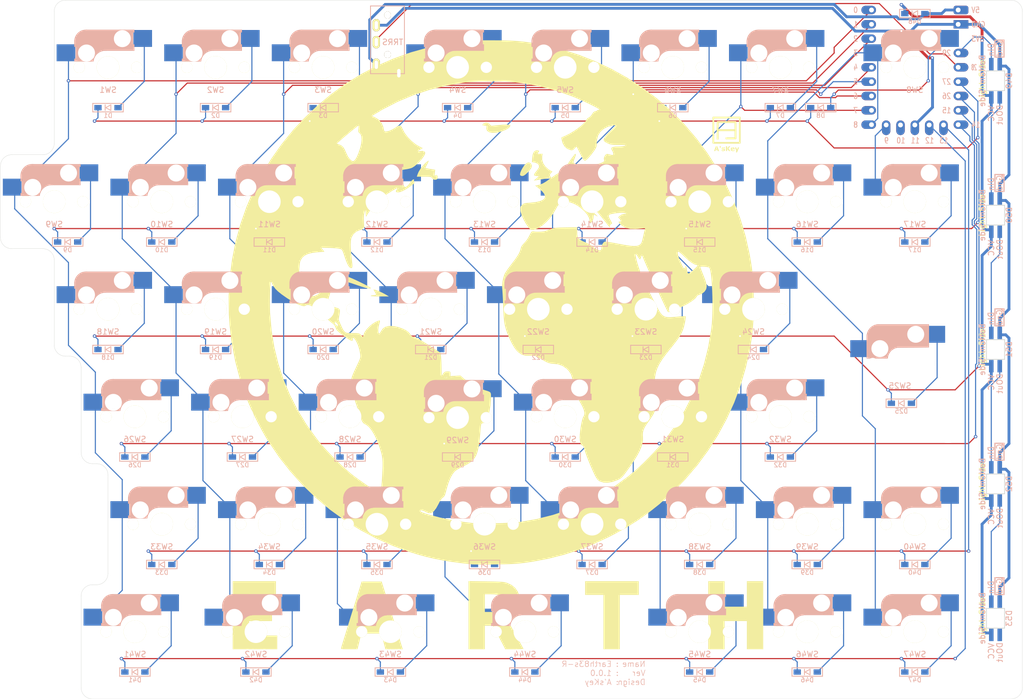
<source format=kicad_pcb>
(kicad_pcb (version 20240108) (generator "pcbnew") (generator_version "8.0")
  (layers (0 "F.Cu" signal) (31 "B.Cu" signal) (34 "B.Paste" user) (35 "F.Paste" user) (36 "B.SilkS" user "B.Silkscreen") (37 "F.SilkS" user "F.Silkscreen") (38 "B.Mask" user) (39 "F.Mask" user) (44 "Edge.Cuts" user))
  (net 0 "")
  (net 1 "row0")
  (net 2 "Net-(D1-A)")
  (net 3 "Net-(D2-A)")
  (net 4 "Net-(D3-A)")
  (net 5 "Net-(D4-A)")
  (net 6 "Net-(D5-A)")
  (net 7 "Net-(D6-A)")
  (net 8 "row1")
  (net 9 "Net-(D7-A)")
  (net 10 "Net-(D8-A)")
  (net 11 "Net-(D9-A)")
  (net 12 "Net-(D10-A)")
  (net 13 "Net-(D11-A)")
  (net 14 "Net-(D12-A)")
  (net 15 "row2")
  (net 16 "Net-(D13-A)")
  (net 17 "Net-(D14-A)")
  (net 18 "Net-(D15-A)")
  (net 19 "Net-(D16-A)")
  (net 20 "Net-(D17-A)")
  (net 21 "Net-(D18-A)")
  (net 22 "row3")
  (net 23 "Net-(D19-A)")
  (net 24 "Net-(D20-A)")
  (net 25 "Net-(D21-A)")
  (net 26 "Net-(D22-A)")
  (net 27 "Net-(D23-A)")
  (net 28 "Net-(D24-A)")
  (net 29 "row4")
  (net 30 "Net-(D25-A)")
  (net 31 "Net-(D26-A)")
  (net 32 "Net-(D27-A)")
  (net 33 "Net-(D28-A)")
  (net 34 "Net-(D29-A)")
  (net 35 "Net-(D30-A)")
  (net 36 "Net-(D31-A)")
  (net 37 "row5")
  (net 38 "Net-(D32-A)")
  (net 39 "Net-(D33-A)")
  (net 40 "Net-(D34-A)")
  (net 41 "Net-(D35-A)")
  (net 42 "Net-(D36-A)")
  (net 43 "VCC")
  (net 44 "Net-(D37-A)")
  (net 45 "GND")
  (net 47 "data")
  (net 48 "col0")
  (net 49 "col1")
  (net 50 "col2")
  (net 51 "col3")
  (net 52 "col4")
  (net 53 "col5")
  (net 54 "Net-(D38-A)")
  (net 55 "din")
  (net 56 "Net-(D39-A)")
  (net 58 "Net-(D40-A)")
  (net 59 "Net-(D41-A)")
  (net 60 "Net-(D42-A)")
  (net 61 "Net-(D43-A)")
  (net 62 "Net-(D44-A)")
  (net 63 "Net-(D45-A)")
  (net 64 "Net-(D46-A)")
  (net 65 "Net-(D47-A)")
  (net 66 "Net-(D48-K)")
  (net 67 "Net-(D49-DOUT)")
  (net 68 "col6")
  (net 69 "col7")
  (net 70 "col8")
  (net 71 "Net-(D50-VDD)")
  (net 72 "Net-(D51-VDD)")
  (net 73 "Net-(D52-VDD)")
  (footprint "kbd_SW:CherryMX_Hotswap_1u" (layer "F.Cu") (at 200.025 157.1625)
    (property "Reference" "SW47")
    (property "Value" "SW_PUSH" (hide yes))
  )
  (footprint "kbd_SW:CherryMX_Hotswap_1u" (layer "F.Cu") (at 119.0625 57.15)
    (property "Reference" "SW4")
    (property "Value" "SW_PUSH" (hide yes))
  )
  (footprint "kbd_Parts:Diode_SMD" (layer "F.Cu") (at 161.925 88.10625)
    (property "Reference" "D15")
    (property "Value" "D" (hide yes))
  )
  (footprint "kbd_SW:CherryMX_Hotswap_1u" (layer "F.Cu") (at 61.9125 157.1625)
    (property "Reference" "SW41")
    (property "Value" "SW_PUSH" (hide yes))
  )
  (footprint "kbd_Hole:m2_Screw_Hole" (layer "F.Cu") (at 52.3875 69.05625)
    (property "Reference" "Ref**")
    (property "Value" "Val**")
  )
  (footprint "kbd_Parts:Diode_SMD" (layer "F.Cu") (at 76.2 64.29375)
    (property "Reference" "D2")
    (property "Value" "D" (hide yes))
  )
  (footprint "kbd_Parts:Diode_SMD" (layer "F.Cu") (at 76.2 107.15625)
    (property "Reference" "D19")
    (property "Value" "D" (hide yes))
  )
  (footprint "kbd_Parts:Diode_SMD" (layer "F.Cu") (at 123.825 145.25625)
    (property "Reference" "D36")
    (property "Value" "D" (hide yes))
  )
  (footprint "kbd_Parts:Diode_SMD" (layer "F.Cu") (at 197.64375 116.68125)
    (property "Reference" "D25")
    (property "Value" "D" (hide yes))
  )
  (footprint "kbd_Parts:Diode_SMD" (layer "F.Cu") (at 152.4 107.15625)
    (property "Reference" "D23")
    (property "Value" "D" (hide yes))
  )
  (footprint "kbd_Parts:LED_SK6812MINI-E_BL" (layer "F.Cu") (at 214.3125 130.96875 -90)
    (property "Reference" "D52")
    (property "Value" "WS2812B")
    (fp_line (start -1.75 1.6) (end -1.75 -1.6) (stroke (width 0.12)) (layer "Edge.Cuts"))
    (fp_line (start 1.75 1.6) (end -1.75 1.6) (stroke (width 0.12)) (layer "Edge.Cuts"))
    (fp_line (start -1.75 -1.6) (end 1.75 -1.6) (stroke (width 0.12)) (layer "Edge.Cuts"))
    (fp_line (start 1.75 -1.6) (end 1.75 1.6) (stroke (width 0.12)) (layer "Edge.Cuts"))
  )
  (footprint "kbd_SW:CherryMX_Hotswap_1u" (layer "F.Cu") (at 176.2125 119.0625)
    (property "Reference" "SW32")
    (property "Value" "SW_PUSH" (hide yes))
  )
  (footprint "kbd_Parts:LED_SK6812MINI-E_BL" (layer "F.Cu") (at 214.3125 154.78125 -90)
    (property "Reference" "D53")
    (property "Value" "WS2812B")
    (fp_line (start -1.75 1.6) (end -1.75 -1.6) (stroke (width 0.12)) (layer "Edge.Cuts"))
    (fp_line (start 1.75 1.6) (end -1.75 1.6) (stroke (width 0.12)) (layer "Edge.Cuts"))
    (fp_line (start -1.75 -1.6) (end 1.75 -1.6) (stroke (width 0.12)) (layer "Edge.Cuts"))
    (fp_line (start 1.75 -1.6) (end 1.75 1.6) (stroke (width 0.12)) (layer "Edge.Cuts"))
  )
  (footprint "kbd_SW:CherryMX_Hotswap_1u" (layer "F.Cu") (at 171.45 100.0125)
    (property "Reference" "SW24")
    (property "Value" "SW_PUSH" (hide yes))
  )
  (footprint "kbd_Parts:Diode_SMD" (layer "F.Cu") (at 50.00625 88.10625)
    (property "Reference" "D9")
    (property "Value" "D" (hide yes))
  )
  (footprint "kbd_SW:CherryMX_Hotswap_1u" (layer "F.Cu") (at 61.9125 119.0625)
    (property "Reference" "SW26")
    (property "Value" "SW_PUSH" (hide yes))
  )
  (footprint "kbd_Parts:Diode_SMD" (layer "F.Cu") (at 107.15625 164.30625)
    (property "Reference" "D43")
    (property "Value" "D" (hide yes))
  )
  (footprint "kbd_SW:CherryMX_Hotswap_1u" (layer "F.Cu") (at 76.2 100.0125)
    (property "Reference" "SW19")
    (property "Value" "SW_PUSH" (hide yes))
  )
  (footprint "kbd_Parts:Diode_SMD" (layer "F.Cu") (at 61.9125 126.20625)
    (property "Reference" "D26")
    (property "Value" "D" (hide yes))
  )
  (footprint "kbd_Parts:Diode_SMD" (layer "F.Cu") (at 157.1625 126.20625)
    (property "Reference" "D31")
    (property "Value" "D" (hide yes))
  )
  (footprint "kbd_SW:CherryMX_Hotswap_1u" (layer "F.Cu") (at 95.25 57.15)
    (property "Reference" "SW3")
    (property "Value" "SW_PUSH" (hide yes))
  )
  (footprint "kbd_SW:CherryMX_Hotswap_1u" (layer "F.Cu") (at 104.775 80.9625)
    (property "Reference" "SW12")
    (property "Value" "SW_PUSH" (hide yes))
  )
  (footprint "symbol:EarthSeries_logo" (layer "F.Cu") (at 126.20625 102.39375)
    (property "Reference" "G***" (hide yes))
    (property "Value" "LOGO" (hide yes))
  )
  (footprint "kbd_SW:CherryMX_Hotswap_1u" (layer "F.Cu") (at 180.975 138.1125)
    (property "Reference" "SW39")
    (property "Value" "SW_PUSH" (hide yes))
  )
  (footprint "kbd_Parts:Diode_SMD" (layer "F.Cu") (at 85.725 145.25625)
    (property "Reference" "D34")
    (property "Value" "D" (hide yes))
  )
  (footprint "kbd_Parts:LED_SK6812MINI-E_BL" (layer "F.Cu") (at 214.3125 107.15625 -90)
    (property "Reference" "D51")
    (property "Value" "WS2812B")
    (fp_line (start -1.75 1.6) (end -1.75 -1.6) (stroke (width 0.12)) (layer "Edge.Cuts"))
    (fp_line (start 1.75 1.6) (end -1.75 1.6) (stroke (width 0.12)) (layer "Edge.Cuts"))
    (fp_line (start -1.75 -1.6) (end 1.75 -1.6) (stroke (width 0.12)) (layer "Edge.Cuts"))
    (fp_line (start 1.75 -1.6) (end 1.75 1.6) (stroke (width 0.12)) (layer "Edge.Cuts"))
  )
  (footprint "kbd_Parts:Diode_SMD" (layer "F.Cu") (at 200.025 164.30625)
    (property "Reference" "D47")
    (property "Value" "D" (hide yes))
  )
  (footprint "kbd_SW:CherryMX_Hotswap_1u" (layer "F.Cu") (at 95.25 100.0125)
    (property "Reference" "SW20")
    (property "Value" "SW_PUSH" (hide yes))
  )
  (footprint "kbd_SW:CherryMX_Hotswap_1u" (layer "F.Cu") (at 176.2125 57.15)
    (property "Reference" "SW7")
    (property "Value" "SW_PUSH" (hide yes))
  )
  (footprint "kbd_SW:CherryMX_Hotswap_1u" (layer "F.Cu") (at 104.775 138.1125)
    (property "Reference" "SW35")
    (property "Value" "SW_PUSH" (hide yes))
  )
  (footprint "kbd_SW:CherryMX_Hotswap_1u" (layer "F.Cu") (at 161.925 80.9625)
    (property "Reference" "SW15")
    (property "Value" "SW_PUSH" (hide yes))
  )
  (footprint "kbd_Parts:Diode_SMD" (layer "F.Cu") (at 180.975 88.10625)
    (property "Reference" "D16")
    (property "Value" "D" (hide yes))
  )
  (footprint "kbd_Parts:Diode_SMD" (layer "F.Cu") (at 200.025 145.25625)
    (property "Reference" "D40")
    (property "Value" "D" (hide yes))
  )
  (footprint "kbd_SW:CherryMX_Hotswap_1u" (layer "F.Cu") (at 100.0125 119.0625)
    (property "Reference" "SW28")
    (property "Value" "SW_PUSH" (hide yes))
  )
  (footprint "kbd_Parts:Diode_SMD" (layer "F.Cu") (at 180.975 164.30625)
    (property "Reference" "D46")
    (property "Value" "D" (hide yes))
  )
  (footprint "kbd_Parts:Diode_SMD" (layer "F.Cu") (at 200.025 88.10625)
    (property "Reference" "D17")
    (property "Value" "D" (hide yes))
  )
  (footprint "kbd_Parts:Diode_SMD" (layer "F.Cu") (at 180.975 145.25625)
    (property "Reference" "D39")
    (property "Value" "D" (hide yes))
  )
  (footprint "kbd_Parts:Diode_SMD" (layer "F.Cu") (at 104.775 145.25625)
    (property "Reference" "D35")
    (property "Value" "D" (hide yes))
  )
  (footprint "kbd_SW:CherryMX_Hotswap_1u" (layer "F.Cu") (at 161.925 157.1625)
    (property "Reference" "SW45")
    (property "Value" "SW_PUSH" (hide yes))
  )
  (footprint "kbd_Parts:Diode_SMD" (layer "F.Cu") (at 142.875 145.25625)
    (property "Reference" "D37")
    (property "Value" "D" (hide yes))
  )
  (footprint "kbd_Parts:Diode_SMD" (layer "F.Cu") (at 100.0125 126.20625)
    (property "Reference" "D28")
    (property "Value" "D" (hide yes))
  )
  (footprint "kbd_SW:CherryMX_Hotswap_1.25u" (layer "F.Cu") (at 107.15625 157.1625)
    (property "Reference" "SW43")
    (property "Value" "SW_PUSH" (hide yes))
  )
  (footprint "kbd_Hole:m2_Screw_Hole" (layer "F.Cu") (at 214.3125 164.30625)
    (property "Reference" "Ref**")
    (property "Value" "Val**")
  )
  (footprint "kbd_Hole:m2_Screw_Hole" (layer "F.Cu") (at 76.2 147.6375)
    (property "Reference" "Ref**")
    (property "Value" "Val**")
  )
  (footprint "kbd_Parts:Diode_SMD" (layer "F.Cu") (at 119.0625 64.29375)
    (property "Reference" "D4")
    (property "Value" "D" (hide yes))
  )
  (footprint "kbd_Parts:Diode_SMD" (layer "F.Cu") (at 83.34375 164.30625)
    (property "Reference" "D42")
    (property "Value" "D" (hide yes))
  )
  (footprint "kbd_Parts:Diode_SMD" (layer "F.Cu") (at 161.925 145.25625)
    (property "Reference" "D38")
    (property "Value" "D" (hide yes))
  )
  (footprint "kbd_SW:CherryMX_Hotswap_1u" (layer "F.Cu") (at 152.4 100.0125)
    (property "Reference" "SW23")
    (property "Value" "SW_PUSH" (hide yes))
  )
  (footprint "kbd_SW:CherryMX_Hotswap_1u" (layer "F.Cu") (at 180.975 80.9625)
    (property "Reference" "SW16")
    (property "Value" "SW_PUSH" (hide yes))
  )
  (footprint "kbd_SW:CherryMX_Hotswap_1.25u" (layer "F.Cu") (at 130.96875 157.1625)
    (property "Reference" "SW44")
    (property "Value" "SW_PUSH" (hide yes))
  )
  (footprint "kbd_Parts:Diode_SMD" (layer "F.Cu") (at 183.35625 64.29375)
    (property "Reference" "D8")
    (property "Value" "D" (hide yes))
  )
  (footprint "kbd_Parts:Diode_SMD" (layer "F.Cu") (at 61.9125 164.30625)
    (property "Reference" "D41")
    (property "Value" "D" (hide yes))
  )
  (footprint "kbd_SW:CherryMX_Hotswap_ISO" (layer "F.Cu") (at 197.64375 109.5375 90)
    (property "Reference" "SW25")
    (property "Value" "SW_PUSH" (hide yes))
  )
  (footprint "kbd_SW:CherryMX_Hotswap_1u" (layer "F.Cu") (at 76.2 57.15)
    (property "Reference" "SW2")
    (property "Value" "SW_PUSH" (hide yes))
  )
  (footprint "kbd_Parts:Diode_SMD" (layer "F.Cu") (at 66.675 88.10625)
    (property "Reference" "D10")
    (property "Value" "D" (hide yes))
  )
  (footprint "kbd_SW:CherryMX_Hotswap_1u" (layer "F.Cu") (at 161.925 138.1125)
    (property "Reference" "SW38")
    (property "Value" "SW_PUSH" (hide yes))
  )
  (footprint "kbd_SW:CherryMX_Hotswap_1u" (layer "F.Cu") (at 80.9625 119.0625)
    (property "Reference" "SW27")
    (property "Value" "SW_PUSH" (hide yes))
  )
  (footprint "kbd_Parts:Diode_SMD" (layer "F.Cu") (at 80.9625 126.20625)
    (property "Reference" "D27")
    (property "Value" "D" (hide yes))
  )
  (footprint "kbd_Parts:TRRS_MJ-4PP-9" (layer "F.Cu") (at 106.65625 52.3875)
    (property "Reference" "J1")
    (property "Value" "TRRS_MJ-4PP-9" (hide yes))
  )
  (footprint "kbd_Parts:Diode_SMD" (layer "F.Cu") (at 176.2125 64.29375)
    (property "Reference" "D7")
    (property "Value" "D" (hide yes))
  )
  (footprint "kbd_Parts:Diode_SMD" (layer "F.Cu") (at 95.25 64.29375)
    (property "Reference" "D3")
    (property "Value" "D" (hide yes))
  )
  (footprint "kbd_Parts:Diode_SMD" (layer "F.Cu") (at 138.1125 64.29375)
    (property "Reference" "D5")
    (property "Value" "D" (hide yes))
  )
  (footprint "kbd_SW:CherryMX_Hotswap_1u" (layer "F.Cu") (at 138.1125 119.0625)
    (property "Reference" "SW30")
    (property "Value" "SW_PUSH" (hide yes))
  )
  (footprint "kbd_Parts:Diode_SMD" (layer "F.Cu") (at 157.1625 64.29375)
    (property "Reference" "D6")
    (property "Value" "D" (hide yes))
  )
  (footprint "kbd_Parts:LED_SK6812MINI-E_BL" (layer "F.Cu") (at 214.3125 83.34375 -90)
    (property "Reference" "D50")
    (property "Value" "WS2812B")
    (fp_line (start -1.75 1.6) (end -1.75 -1.6) (stroke (width 0.12)) (layer "Edge.Cuts"))
    (fp_line (start 1.75 1.6) (end -1.75 1.6) (stroke (width 0.12)) (layer "Edge.Cuts"))
    (fp_line (start -1.75 -1.6) (end 1.75 -1.6) (stroke (width 0.12)) (layer "Edge.Cuts"))
    (fp_line (start 1.75 -1.6) (end 1.75 1.6) (stroke (width 0.12)) (layer "Edge.Cuts"))
  )
  (footprint "kbd_Parts:Diode_SMD" (layer "F.Cu") (at 123.825 88.10625)
    (property "Reference" "D13")
    (property "Value" "D" (hide yes))
  )
  (footprint "kbd_SW:CherryMX_Hotswap_1u" (layer "F.Cu") (at 200.025 57.15)
    (property "Reference" "SW8")
    (property "Value" "SW_PUSH" (hide yes))
  )
  (footprint "kbd_Parts:Diode_SMD" (layer "F.Cu") (at 161.925 164.30625)
    (property "Reference" "D45")
    (property "Value" "D" (hide yes))
  )
  (footprint "kbd_SW:CherryMX_Hotswap_1u" (layer "F.Cu") (at 85.725 138.1125)
    (property "Reference" "SW34")
    (property "Value" "SW_PUSH" (hide yes))
  )
  (footprint "kbd_Hole:m2_Screw_Hole" (layer "F.Cu") (at 214.3125 50.00625)
    (property "Reference" "Ref**")
    (property "Value" "Val**")
  )
  (footprint "kbd_Parts:Diode_SMD" (layer "F.Cu") (at 171.45 107.15625)
    (property "Reference" "D24")
    (property "Value" "D" (hide yes))
  )
  (footprint "kbd_Parts:Diode_SMD" (layer "F.Cu") (at 130.96875 164.30625)
    (property "Reference" "D44")
    (property "Value" "D" (hide yes))
  )
  (footprint "kbd_SW:CherryMX_Hotswap_1u" (layer "F.Cu") (at 180.975 157.1625)
    (property "Reference" "SW46")
    (property "Value" "SW_PUSH" (hide yes))
  )
  (footprint "kbd_SW:CherryMX_Hotswap_1u" (layer "F.Cu") (at 157.1625 57.15)
    (property "Reference" "SW6")
    (property "Value" "SW_PUSH" (hide yes))
  )
  (footprint "kbd_Parts:Diode_SMD" (layer "F.Cu") (at 57.15 107.15625)
    (property "Reference" "D18")
    (property "Value" "D" (hide yes))
  )
  (footprint "kbd_SW:CherryMX_Hotswap_1u" (layer "F.Cu") (at 142.875 138.1125)
    (property "Reference" "SW37")
    (property "Value" "SW_PUSH" (hide yes))
  )
  (footprint "kbd_SW:CherryMX_Hotswap_1u" (layer "F.Cu") (at 123.825 80.9625)
    (property "Reference" "SW13")
    (property "Value" "SW_PUSH" (hide yes))
  )
  (footprint "kbd_Parts:Diode_SMD" (layer "F.Cu") (at 176.2125 126.20625)
    (property "Reference" "D32")
    (property "Value" "D" (hide yes))
  )
  (footprint "kbd_SW:CherryMX_Hotswap_1u" (layer "F.Cu") (at 123.825 138.1125)
    (property "Reference" "SW36")
    (property "Value" "SW_PUSH" (hide yes))
  )
  (footprint "kbd_Parts:Diode_SMD" (layer "F.Cu") (at 114.3 107.15625)
    (property "Reference" "D21")
    (property "Value" "D" (hide yes))
  )
  (footprint "kbd_SW:CherryMX_Hotswap_1u" (layer "F.Cu") (at 200.025 80.9625)
    (property "Reference" "SW17")
    (property "Value" "SW_PUSH" (hide yes))
  )
  (footprint "kbd_SW:CherryMX_Hotswap_1u" (layer "F.Cu") (at 47.625 80.9625)
    (property "Reference" "SW9")
    (property "Value" "SW_PUSH" (hide yes))
  )
  (footprint "kbd_SW:CherryMX_Hotswap_1u" (layer "F.Cu") (at 57.15 57.15)
    (property "Reference" "SW1")
    (property "Value" "SW_PUSH" (hide yes))
  )
  (footprint "kbd_Parts:Diode_SMD" (layer "F.Cu") (at 85.725 88.10625)
    (property "Reference" "D11")
    (property "Value" "D" (hide yes))
  )
  (footprint "kbd_Parts:Diode_SMD" (layer "F.Cu") (at 138.1125 126.20625)
    (property "Reference" "D30")
    (property "Value" "D" (hide yes))
  )
  (footprint "kbd_SW:CherryMX_Hotswap_1u" (layer "F.Cu") (at 200.025 138.1125)
    (property "Reference" "SW40")
    (property "Value" "SW_PUSH" (hide yes))
  )
  (footprint "kbd_SW:CherryMX_Hotswap_1u" (layer "F.Cu") (at 114.3 100.0125)
    (property "Reference" "SW21")
    (property "Value" "SW_PUSH" (hide yes))
  )
  (footprint "kbd_SW:CherryMX_Hotswap_1u" (layer "F.Cu") (at 66.675 80.9625)
    (property "Reference" "SW10")
    (property "Value" "SW_PUSH" (hide yes))
  )
  (footprint "kbd_Parts:Diode_SMD" (layer "F.Cu") (at 95.25 107.15625)
    (property "Reference" "D20")
    (property "Value" "D" (hide yes))
  )
  (footprint "kbd_Parts:Diode_SMD" (layer "F.Cu") (at 66.675 145.25625)
    (property "Reference" "D33")
    (property "Value" "D" (hide yes))
  )
  (footprint "kbd_SW:CherryMX_Hotswap_1u" (layer "F.Cu") (at 157.1625 119.0625)
    (property "Reference" "SW31")
    (property "Value" "SW_PUSH" (hide yes))
  )
  (footprint "kbd_Parts:LED_SK6812MINI-E_BL" (layer "F.Cu") (at 214.3125 59.53125 -90)
    (property "Reference" "D49")
    (property "Value" "WS2812B")
    (fp_line (start -1.75 1.6) (end -1.75 -1.6) (stroke (width 0.12)) (layer "Edge.Cuts"))
    (fp_line (start 1.75 1.6) (end -1.75 1.6) (stroke (width 0.12)) (layer "Edge.Cuts"))
    (fp_line (start -1.75 -1.6) (end 1.75 -1.6) (stroke (width 0.12)) (layer "Edge.Cuts"))
    (fp_line (start 1.75 -1.6) (end 1.75 1.6) (stroke (width 0.12)) (layer "Edge.Cuts"))
  )
  (footprint "kbd_Parts:Diode_SMD" (layer "F.Cu") (at 57.15 64.29375)
    (property "Reference" "D1")
    (property "Value" "D" (hide yes))
  )
  (footprint "kbd_SW:CherryMX_Hotswap_1u" (layer "F.Cu") (at 138.1125 57.15)
    (property "Reference" "SW5")
    (property "Value" "SW_PUSH" (hide yes))
  )
  (footprint "kbd_SW:CherryMX_Hotswap_1u" (layer "F.Cu") (at 119.0625 119.227502)
    (property "Reference" "SW29")
    (property "Value" "SW_PUSH" (hide yes))
  )
  (footprint "kbd_Parts:Diode_SMD" (layer "F.Cu") (at 119.0625 126.20625)
    (property "Reference" "D29")
    (property "Value" "D" (hide yes))
  )
  (footprint "kbd_SW:CherryMX_Hotswap_1u" (layer "F.Cu") (at 142.875 80.9625)
    (property "Reference" "SW14")
    (property "Value" "SW_PUSH" (hide yes))
  )
  (footprint "kbd_Parts:Diode_SMD" (layer "F.Cu") (at 133.35 107.15625)
    (property "Reference" "D22")
    (property "Value" "D" (hide yes))
  )
  (footprint "kbd_SW:CherryMX_Hotswap_1u" (layer "F.Cu") (at 133.35 100.0125)
    (property "Reference" "SW22")
    (property "Value" "SW_PUSH" (hide yes))
  )
  (footprint "kbd_Parts:Diode_SMD" (layer "F.Cu") (at 104.775 88.10625)
    (property "Reference" "D12")
    (property "Value" "D" (hide yes))
  )
  (footprint "kbd_SW:CherryMX_Hotswap_1.25u" (layer "F.Cu") (at 83.34375 157.1625)
    (property "Reference" "SW42")
    (property "Value" "SW_PUSH" (hide yes))
  )
  (footprint "kbd_Parts:Diode_SMD" (layer "F.Cu") (at 142.875 88.10625)
    (property "Reference" "D14")
    (property "Value" "D" (hide yes))
  )
  (footprint "kbd_SW:CherryMX_Hotswap_1u" (layer "F.Cu") (at 57.15 100.0125)
    (property "Reference" "SW18")
    (property "Value" "SW_PUSH" (hide yes))
  )
  (footprint "symbol:AsKey_logo_5mm" (layer "F.Cu") (at 166.6875 69.05625)
    (property "Reference" "G***" (hide yes))
    (property "Value" "LOGO" (hide yes))
  )
  (footprint "kbd_SW:CherryMX_Hotswap_1u" (layer "F.Cu") (at 85.725 80.9625)
    (property "Reference" "SW11")
    (property "Value" "SW_PUSH" (hide yes))
  )
  (footprint "kbd_Parts:Diode_SMD" (layer "F.Cu") (at 200.025 47.625)
    (property "Reference" "D48")
    (property "Value" "D" (hide yes))
  )
  (footprint "askey:RP2040-Zero-TH" (layer "F.Cu") (at 200.025 57.15)
    (property "Reference" "U1" (hide yes))
    (property "Value" "RP2040-Zero" (hide yes))
  )
  (footprint "kbd_SW:CherryMX_Hotswap_1u" (layer "F.Cu") (at 66.675 138.1125)
    (property "Reference" "SW33")
    (property "Value" "SW_PUSH" (hide yes))
  )
  (gr_arc (start 219.075 167.06875) (mid 218.489231 168.482996) (end 217.075 169.06875) (stroke (width 0.05)) (layer "Edge.Cuts"))
  (gr_line (start 217.075 169.06875) (end 54.3875 169.06875) (stroke (width 0.05)) (layer "Edge.Cuts"))
  (gr_arc (start 38.1 74.6375) (mid 38.685786 73.223286) (end 40.1 72.6375) (stroke (width 0.05)) (layer "Edge.Cuts"))
  (gr_arc (start 54.3875 127.3875) (mid 52.973286 126.801714) (end 52.3875 125.3875) (stroke (width 0.05)) (layer "Edge.Cuts"))
  (gr_arc (start 40.1 89.2875) (mid 38.685786 88.701714) (end 38.1 87.2875) (stroke (width 0.05)) (layer "Edge.Cuts"))
  (gr_line (start 40.1 72.6375) (end 45.625 72.6375) (stroke (width 0.05)) (layer "Edge.Cuts"))
  (gr_line (start 57.15 146.8375) (end 57.15 129.3875) (stroke (width 0.05)) (layer "Edge.Cuts"))
  (gr_arc (start 217.075 45.24375) (mid 218.489214 45.829536) (end 219.075 47.24375) (stroke (width 0.05)) (layer "Edge.Cuts"))
  (gr_arc (start 55.15 127.3875) (mid 56.564214 127.973286) (end 57.15 129.3875) (stroke (width 0.05)) (layer "Edge.Cuts"))
  (gr_line (start 38.1 87.2875) (end 38.1 74.6375) (stroke (width 0.05)) (layer "Edge.Cuts"))
  (gr_line (start 55.15 127.3875) (end 54.3875 127.3875) (stroke (width 0.05)) (layer "Edge.Cuts"))
  (gr_arc (start 47.625 70.6375) (mid 47.039214 72.051714) (end 45.625 72.6375) (stroke (width 0.05)) (layer "Edge.Cuts"))
  (gr_line (start 219.075 47.24375) (end 219.075 167.06875) (stroke (width 0.05)) (layer "Edge.Cuts"))
  (gr_arc (start 57.15 146.8375) (mid 56.564214 148.251714) (end 55.15 148.8375) (stroke (width 0.05)) (layer "Edge.Cuts"))
  (gr_line (start 49.625 45.24375) (end 217.075 45.24375) (stroke (width 0.05)) (layer "Edge.Cuts"))
  (gr_arc (start 47.625 47.24375) (mid 48.210769 45.829504) (end 49.625 45.24375) (stroke (width 0.05)) (layer "Edge.Cuts"))
  (gr_line (start 52.3875 125.3875) (end 52.3875 110.3375) (stroke (width 0.05)) (layer "Edge.Cuts"))
  (gr_arc (start 49.625 108.3375) (mid 48.210786 107.751714) (end 47.625 106.3375) (stroke (width 0.05)) (layer "Edge.Cuts"))
  (gr_line (start 50.3875 108.3375) (end 49.625 108.3375) (stroke (width 0.05)) (layer "Edge.Cuts"))
  (gr_line (start 54.3875 148.8375) (end 55.15 148.8375) (stroke (width 0.05)) (layer "Edge.Cuts"))
  (gr_arc (start 54.3875 169.06875) (mid 52.973286 168.482964) (end 52.3875 167.06875) (stroke (width 0.05)) (layer "Edge.Cuts"))
  (gr_line (start 45.625 89.2875) (end 40.1 89.2875) (stroke (width 0.05)) (layer "Edge.Cuts"))
  (gr_line (start 52.3875 167.06875) (end 52.3875 150.8375) (stroke (width 0.05)) (layer "Edge.Cuts"))
  (gr_arc (start 45.625 89.2875) (mid 47.039214 89.873286) (end 47.625 91.2875) (stroke (width 0.05)) (layer "Edge.Cuts"))
  (gr_arc (start 52.3875 150.8375) (mid 52.973286 149.423286) (end 54.3875 148.8375) (stroke (width 0.05)) (layer "Edge.Cuts"))
  (gr_arc (start 50.3875 108.3375) (mid 51.801714 108.923286) (end 52.3875 110.3375) (stroke (width 0.05)) (layer "Edge.Cuts"))
  (gr_line (start 47.625 70.6375) (end 47.625 47.24375) (stroke (width 0.05)) (layer "Edge.Cuts"))
  (gr_line (start 47.625 106.3375) (end 47.625 91.2875) (stroke (width 0.05)) (layer "Edge.Cuts"))
  (gr_text "Name\nVer\nDesign" (at 152.4 166.6875 0) (layer "B.SilkS") (effects (font (size 1 1) (thickness 0.1)) (justify left bottom mirror)))
  (gr_text ": Earth83s-R\n: 1.0.0\n: A'sKey" (at 147.6375 166.6875 0) (layer "B.SilkS") (effects (font (size 1 1) (thickness 0.1)) (justify left bottom mirror)))
  (segment (start 209.35 71.4375) (end 185.7375 71.4375) (width 0.2) (layer "F.Cu") (net 1))
  (segment (start 116.68125 66.675) (end 92.86875 66.675) (width 0.2) (layer "F.Cu") (net 1))
  (segment (start 173.83125 66.675) (end 154.78125 66.675) (width 0.2) (layer "F.Cu") (net 1))
  (segment (start 92.86875 66.675) (end 73.81875 66.675) (width 0.2) (layer "F.Cu") (net 1))
  (segment (start 185.7375 71.4375) (end 180.975 66.675) (width 0.2) (layer "F.Cu") (net 1))
  (segment (start 154.78125 66.675) (end 135.73125 66.675) (width 0.2) (layer "F.Cu") (net 1))
  (segment (start 135.73125 66.675) (end 116.68125 66.675) (width 0.2) (layer "F.Cu") (net 1))
  (segment (start 180.975 66.675) (end 173.83125 66.675) (width 0.2) (layer "F.Cu") (net 1))
  (segment (start 211.18125 69.60625) (end 209.35 71.4375) (width 0.2) (layer "F.Cu") (net 1))
  (segment (start 73.81875 66.675) (end 54.76875 66.675) (width 0.2) (layer "F.Cu") (net 1))
  (via (at 180.975 66.675) (size 0.6) (drill 0.3) (layers "F.Cu" "B.Cu") (net 1))
  (via (at 116.68125 66.675) (size 0.6) (drill 0.3) (layers "F.Cu" "B.Cu") (net 1))
  (via (at 73.81875 66.675) (size 0.6) (drill 0.3) (layers "F.Cu" "B.Cu") (net 1))
  (via (at 54.76875 66.675) (size 0.6) (drill 0.3) (layers "F.Cu" "B.Cu") (net 1))
  (via (at 173.83125 66.675) (size 0.6) (drill 0.3) (layers "F.Cu" "B.Cu") (net 1))
  (via (at 154.78125 66.675) (size 0.6) (drill 0.3) (layers "F.Cu" "B.Cu") (net 1))
  (via (at 92.86875 66.675) (size 0.6) (drill 0.3) (layers "F.Cu" "B.Cu") (net 1))
  (via (at 211.18125 69.60625) (size 0.6) (drill 0.3) (layers "F.Cu" "B.Cu") (net 1))
  (via (at 135.73125 66.675) (size 0.6) (drill 0.3) (layers "F.Cu" "B.Cu") (net 1))
  (segment (start 93.475 64.29375) (end 93.475 66.06875) (width 0.2) (layer "B.Cu") (net 1))
  (segment (start 181.58125 64.29375) (end 181.58125 66.06875) (width 0.2) (layer "B.Cu") (net 1))
  (segment (start 174.4375 64.29375) (end 174.4375 66.06875) (width 0.2) (layer "B.Cu") (net 1))
  (segment (start 136.3375 64.29375) (end 136.3375 66.06875) (width 0.2) (layer "B.Cu") (net 1))
  (segment (start 174.4375 66.06875) (end 173.83125 66.675) (width 0.2) (layer "B.Cu") (net 1))
  (segment (start 136.3375 66.06875) (end 135.73125 66.675) (width 0.2) (layer "B.Cu") (net 1))
  (segment (start 93.475 66.06875) (end 92.86875 66.675) (width 0.2) (layer "B.Cu") (net 1))
  (segment (start 55.375 66.06875) (end 55.375 64.29375) (width 0.2) (layer "B.Cu") (net 1))
  (segment (start 181.58125 66.06875) (end 180.975 66.675) (width 0.2) (layer "B.Cu") (net 1))
  (segment (start 211.18125 63.17625) (end 207.695 59.69) (width 0.2) (layer "B.Cu") (net 1))
  (segment (start 74.425 66.06875) (end 73.81875 66.675) (width 0.2) (layer "B.Cu") (net 1))
  (segment (start 54.76875 66.675) (end 55.375 66.06875) (width 0.2) (layer "B.Cu") (net 1))
  (segment (start 155.3875 66.06875) (end 154.78125 66.675) (width 0.2) (layer "B.Cu") (net 1))
  (segment (start 117.2875 66.06875) (end 116.68125 66.675) (width 0.2) (layer "B.Cu") (net 1))
  (segment (start 211.18125 69.60625) (end 211.18125 63.17625) (width 0.2) (layer "B.Cu") (net 1))
  (segment (start 74.425 64.29375) (end 74.425 66.06875) (width 0.2) (layer "B.Cu") (net 1))
  (segment (start 155.3875 64.29375) (end 155.3875 66.06875) (width 0.2) (layer "B.Cu") (net 1))
  (segment (start 117.2875 64.29375) (end 117.2875 66.06875) (width 0.2) (layer "B.Cu") (net 1))
  (segment (start 63.58 52.76) (end 63.58 59.63875) (width 0.2) (layer "B.Cu") (net 2))
  (segment (start 63.58 59.63875) (end 58.925 64.29375) (width 0.2) (layer "B.Cu") (net 2))
  (segment (start 62.85 52.03) (end 63.58 52.76) (width 0.2) (layer "B.Cu") (net 2))
  (segment (start 82.63 52.76) (end 82.63 59.63875) (width 0.2) (layer "B.Cu") (net 3))
  (segment (start 82.63 59.63875) (end 77.975 64.29375) (width 0.2) (layer "B.Cu") (net 3))
  (segment (start 81.9 52.03) (end 82.63 52.76) (width 0.2) (layer "B.Cu") (net 3))
  (segment (start 101.68 52.76) (end 101.68 59.63875) (width 0.2) (layer "B.Cu") (net 4))
  (segment (start 100.95 52.03) (end 101.68 52.76) (width 0.2) (layer "B.Cu") (net 4))
  (segment (start 101.68 59.63875) (end 97.025 64.29375) (width 0.2) (layer "B.Cu") (net 4))
  (segment (start 125.4925 59.63875) (end 120.8375 64.29375) (width 0.2) (layer "B.Cu") (net 5))
  (segment (start 124.7625 52.03) (end 125.4925 52.76) (width 0.2) (layer "B.Cu") (net 5))
  (segment (start 125.4925 52.76) (end 125.4925 59.63875) (width 0.2) (layer "B.Cu") (net 5))
  (segment (start 143.8125 52.03) (end 144.5425 52.76) (width 0.2) (layer "B.Cu") (net 6))
  (segment (start 144.5425 59.63875) (end 139.8875 64.29375) (width 0.2) (layer "B.Cu") (net 6))
  (segment (start 144.5425 52.76) (end 144.5425 59.63875) (width 0.2) (layer "B.Cu") (net 6))
  (segment (start 162.8625 52.03) (end 163.5925 52.76) (width 0.2) (layer "B.Cu") (net 7))
  (segment (start 163.5925 59.63875) (end 158.9375 64.29375) (width 0.2) (layer "B.Cu") (net 7))
  (segment (start 163.5925 52.76) (end 163.5925 59.63875) (width 0.2) (layer "B.Cu") (net 7))
  (segment (start 178.59375 85.725) (end 197.64375 85.725) (width 0.2) (layer "F.Cu") (net 8))
  (segment (start 64.29375 85.725) (end 83.34375 85.725) (width 0.2) (layer "F.Cu") (net 8))
  (segment (start 159.54375 85.725) (end 178.59375 85.725) (width 0.2) (layer "F.Cu") (net 8))
  (segment (start 47.625 85.725) (end 64.29375 85.725) (width 0.2) (layer "F.Cu") (net 8))
  (segment (start 140.49375 85.725) (end 159.54375 85.725) (width 0.2) (layer "F.Cu") (net 8))
  (segment (start 210.079695 85.725) (end 197.64375 85.725) (width 0.2) (layer "F.Cu") (net 8))
  (segment (start 83.34375 85.725) (end 102.39375 85.725) (width 0.2) (layer "F.Cu") (net 8))
  (segment (start 102.39375 85.725) (end 121.44375 85.725) (width 0.2) (layer "F.Cu") (net 8))
  (segment (start 211.18125 84.623445) (end 210.079695 85.725) (width 0.2) (layer "F.Cu") (net 8))
  (segment (start 121.44375 85.725) (end 140.49375 85.725) (width 0.2) (layer "F.Cu") (net 8))
  (via (at 47.625 85.725) (size 0.6) (drill 0.3) (layers "F.Cu" "B.Cu") (net 8))
  (via (at 159.54375 85.725) (size 0.6) (drill 0.3) (layers "F.Cu" "B.Cu") (net 8))
  (via (at 178.59375 85.725) (size 0.6) (drill 0.3) (layers "F.Cu" "B.Cu") (net 8))
  (via (at 211.18125 84.623445) (size 0.6) (drill 0.3) (layers "F.Cu" "B.Cu") (net 8))
  (via (at 197.64375 85.725) (size 0.6) (drill 0.3) (layers "F.Cu" "B.Cu") (net 8))
  (via (at 121.44375 85.725) (size 0.6) (drill 0.3) (layers "F.Cu" "B.Cu") (net 8))
  (via (at 83.34375 85.725) (size 0.6) (drill 0.3) (layers "F.Cu" "B.Cu") (net 8))
  (via (at 64.29375 85.725) (size 0.6) (drill 0.3) (layers "F.Cu" "B.Cu") (net 8))
  (via (at 102.39375 85.725) (size 0.6) (drill 0.3) (layers "F.Cu" "B.Cu") (net 8))
  (via (at 140.49375 85.725) (size 0.6) (drill 0.3) (layers "F.Cu" "B.Cu") (net 8))
  (segment (start 48.23125 88.10625) (end 48.23125 86.33125) (width 0.2) (layer "B.Cu") (net 8))
  (segment (start 179.2 86.33125) (end 178.59375 85.725) (width 0.2) (layer "B.Cu") (net 8))
  (segment (start 160.15 88.10625) (end 160.15 86.33125) (width 0.2) (layer "B.Cu") (net 8))
  (segment (start 122.05 86.33125) (end 121.44375 85.725) (width 0.2) (layer "B.Cu") (net 8))
  (segment (start 210.58125 69.854779) (end 210.58125 65.11625) (width 0.2) (layer "B.Cu") (net 8))
  (segment (start 141.1 88.10625) (end 141.1 86.33125) (width 0.2) (layer "B.Cu") (net 8))
  (segment (start 160.15 86.33125) (end 159.54375 85.725) (width 0.2) (layer "B.Cu") (net 8))
  (segment (start 103 86.33125) (end 102.39375 85.725) (width 0.2) (layer "B.Cu") (net 8))
  (segment (start 103 88.10625) (end 103 86.33125) (width 0.2) (layer "B.Cu") (net 8))
  (segment (start 211.38125 70.654779) (end 210.58125 69.854779) (width 0.2) (layer "B.Cu") (net 8))
  (segment (start 64.9 88.10625) (end 64.9 86.33125) (width 0.2) (layer "B.Cu") (net 8))
  (segment (start 141.1 86.33125) (end 140.49375 85.725) (width 0.2) (layer "B.Cu") (net 8))
  (segment (start 197.64375 85.725) (end 198.25 86.33125) (width 0.2) (layer "B.Cu") (net 8))
  (segment (start 83.95 86.33125) (end 83.34375 85.725) (width 0.2) (layer "B.Cu") (net 8))
  (segment (start 198.25 86.33125) (end 198.25 88.10625) (width 0.2) (layer "B.Cu") (net 8))
  (segment (start 179.2 88.10625) (end 179.2 86.33125) (width 0.2) (layer "B.Cu") (net 8))
  (segment (start 211.38125 84.423445) (end 211.38125 70.654779) (width 0.2) (layer "B.Cu") (net 8))
  (segment (start 210.58125 65.11625) (end 207.695 62.23) (width 0.2) (layer "B.Cu") (net 8))
  (segment (start 122.05 88.10625) (end 122.05 86.33125) (width 0.2) (layer "B.Cu") (net 8))
  (segment (start 48.23125 86.33125) (end 47.625 85.725) (width 0.2) (layer "B.Cu") (net 8))
  (segment (start 64.9 86.33125) (end 64.29375 85.725) (width 0.2) (layer "B.Cu") (net 8))
  (segment (start 211.18125 84.623445) (end 211.38125 84.423445) (width 0.2) (layer "B.Cu") (net 8))
  (segment (start 83.95 88.10625) (end 83.95 86.33125) (width 0.2) (layer "B.Cu") (net 8))
  (segment (start 181.9125 52.03) (end 182.6425 52.76) (width 0.2) (layer "B.Cu") (net 9))
  (segment (start 182.6425 52.76) (end 182.6425 59.63875) (width 0.2) (layer "B.Cu") (net 9))
  (segment (start 182.6425 59.63875) (end 177.9875 64.29375) (width 0.2) (layer "B.Cu") (net 9))
  (segment (start 200.7575 61.18) (end 186.47 61.18) (width 0.2) (layer "F.Cu") (net 10))
  (segment (start 202.40625 59.53125) (end 200.7575 61.18) (width 0.2) (layer "F.Cu") (net 10))
  (segment (start 186.47 61.18) (end 185.7375 61.9125) (width 0.2) (layer "F.Cu") (net 10))
  (via (at 202.40625 59.53125) (size 0.6) (drill 0.3) (layers "F.Cu" "B.Cu") (net 10))
  (via (at 185.7375 61.9125) (size 0.6) (drill 0.3) (layers "F.Cu" "B.Cu") (net 10))
  (segment (start 202.40625 55.34875) (end 202.40625 59.53125) (width 0.2) (layer "B.Cu") (net 10))
  (segment (start 205.725 52.03) (end 202.40625 55.34875) (width 0.2) (layer "B.Cu") (net 10))
  (segment (start 185.7375 61.9125) (end 185.13125 62.51875) (width 0.2) (layer "B.Cu") (net 10))
  (segment (start 185.13125 62.51875) (end 185.13125 64.29375) (width 0.2) (layer "B.Cu") (net 10))
  (segment (start 53.325 75.8425) (end 54.055 76.5725) (width 0.2) (layer "B.Cu") (net 11))
  (segment (start 54.055 85.8325) (end 51.78125 88.10625) (width 0.2) (layer "B.Cu") (net 11))
  (segment (start 54.055 76.5725) (end 54.055 85.8325) (width 0.2) (layer "B.Cu") (net 11))
  (segment (start 72.375 75.8425) (end 73.105 76.5725) (width 0.2) (layer "B.Cu") (net 12))
  (segment (start 73.105 76.5725) (end 73.105 83.45125) (width 0.2) (layer "B.Cu") (net 12))
  (segment (start 73.105 83.45125) (end 68.45 88.10625) (width 0.2) (layer "B.Cu") (net 12))
  (segment (start 91.425 75.8425) (end 92.155 76.5725) (width 0.2) (layer "B.Cu") (net 13))
  (segment (start 92.155 83.45125) (end 87.5 88.10625) (width 0.2) (layer "B.Cu") (net 13))
  (segment (start 92.155 76.5725) (end 92.155 83.45125) (width 0.2) (layer "B.Cu") (net 13))
  (segment (start 111.205 83.45125) (end 106.55 88.10625) (width 0.2) (layer "B.Cu") (net 14))
  (segment (start 110.475 75.8425) (end 111.205 76.5725) (width 0.2) (layer "B.Cu") (net 14))
  (segment (start 111.205 76.5725) (end 111.205 83.45125) (width 0.2) (layer "B.Cu") (net 14))
  (segment (start 73.81875 104.775) (end 92.86875 104.775) (width 0.2) (layer "F.Cu") (net 15))
  (segment (start 195.2625 114.3) (end 185.7375 104.775) (width 0.2) (layer "F.Cu") (net 15))
  (segment (start 130.96875 104.775) (end 150.01875 104.775) (width 0.2) (layer "F.Cu") (net 15))
  (segment (start 185.7375 104.775) (end 169.06875 104.775) (width 0.2) (layer "F.Cu") (net 15))
  (segment (start 150.01875 104.775) (end 169.06875 104.775) (width 0.2) (layer "F.Cu") (net 15))
  (segment (start 111.91875 104.775) (end 130.96875 104.775) (width 0.2) (layer "F.Cu") (net 15))
  (segment (start 207.16875 114.3) (end 195.2625 114.3) (width 0.2) (layer "F.Cu") (net 15))
  (segment (start 211.38125 110.0875) (end 207.16875 114.3) (width 0.2) (layer "F.Cu") (net 15))
  (segment (start 92.86875 104.775) (end 111.91875 104.775) (width 0.2) (layer "F.Cu") (net 15))
  (segment (start 54.76875 104.775) (end 73.81875 104.775) (width 0.2) (layer "F.Cu") (net 15))
  (via (at 169.06875 104.775) (size 0.6) (drill 0.3) (layers "F.Cu" "B.Cu") (net 15))
  (via (at 195.2625 114.3) (size 0.6) (drill 0.3) (layers "F.Cu" "B.Cu") (net 15))
  (via (at 73.81875 104.775) (size 0.6) (drill 0.3) (layers "F.Cu" "B.Cu") (net 15))
  (via (at 54.76875 104.775) (size 0.6) (drill 0.3) (layers "F.Cu" "B.Cu") (net 15))
  (via (at 211.38125 110.0875) (size 0.6) (drill 0.3) (layers "F.Cu" "B.Cu") (net 15))
  (via (at 111.91875 104.775) (size 0.6) (drill 0.3) (layers "F.Cu" "B.Cu") (net 15))
  (via (at 92.86875 104.775) (size 0.6) (drill 0.3) (layers "F.Cu" "B.Cu") (net 15))
  (via (at 130.96875 104.775) (size 0.6) (drill 0.3) (layers "F.Cu" "B.Cu") (net 15))
  (via (at 150.01875 104.775) (size 0.6) (drill 0.3) (layers "F.Cu" "B.Cu") (net 15))
  (segment (start 112.525 105.38125) (end 111.91875 104.775) (width 0.2) (layer "B.Cu") (net 15))
  (segment (start 211.38125 85.671974) (end 210.58125 84.871974) (width 0.2) (layer "B.Cu") (net 15))
  (segment (start 195.86875 114.90625) (end 195.2625 114.3) (width 0.2) (layer "B.Cu") (net 15))
  (segment (start 150.625 105.38125) (end 150.01875 104.775) (width 0.2) (layer "B.Cu") (net 15))
  (segment (start 210.18125 67.25625) (end 207.695 64.77) (width 0.2) (layer "B.Cu") (net 15))
  (segment (start 131.575 105.38125) (end 130.96875 104.775) (width 0.2) (layer "B.Cu") (net 15))
  (segment (start 74.425 105.38125) (end 73.81875 104.775) (width 0.2) (layer "B.Cu") (net 15))
  (segment (start 93.475 105.38125) (end 92.86875 104.775) (width 0.2) (layer "B.Cu") (net 15))
  (segment (start 210.98125 83.974916) (end 210.98125 70.820465) (width 0.2) (layer "B.Cu") (net 15))
  (segment (start 210.18125 70.020465) (end 210.18125 67.25625) (width 0.2) (layer "B.Cu") (net 15))
  (segment (start 210.98125 70.820465) (end 210.18125 70.020465) (width 0.2) (layer "B.Cu") (net 15))
  (segment (start 112.525 107.15625) (end 112.525 105.38125) (width 0.2) (layer "B.Cu") (net 15))
  (segment (start 169.06875 104.775) (end 169.675 105.38125) (width 0.2) (layer "B.Cu") (net 15))
  (segment (start 55.375 105.38125) (end 54.76875 104.775) (width 0.2) (layer "B.Cu") (net 15))
  (segment (start 169.675 105.38125) (end 169.675 107.15625) (width 0.2) (layer "B.Cu") (net 15))
  (segment (start 150.625 107.15625) (end 150.625 105.38125) (width 0.2) (layer "B.Cu") (net 15))
  (segment (start 210.58125 84.871974) (end 210.58125 84.374916) (width 0.2) (layer "B.Cu") (net 15))
  (segment (start 195.86875 116.68125) (end 195.86875 114.90625) (width 0.2) (layer "B.Cu") (net 15))
  (segment (start 131.575 107.15625) (end 131.575 105.38125) (width 0.2) (layer "B.Cu") (net 15))
  (segment (start 93.475 107.15625) (end 93.475 105.38125) (width 0.2) (layer "B.Cu") (net 15))
  (segment (start 74.425 107.15625) (end 74.425 105.38125) (width 0.2) (layer "B.Cu") (net 15))
  (segment (start 210.58125 84.374916) (end 210.98125 83.974916) (width 0.2) (layer "B.Cu") (net 15))
  (segment (start 211.38125 110.0875) (end 211.38125 85.671974) (width 0.2) (layer "B.Cu") (net 15))
  (segment (start 55.375 107.15625) (end 55.375 105.38125) (width 0.2) (layer "B.Cu") (net 15))
  (segment (start 130.255 83.45125) (end 125.6 88.10625) (width 0.2) (layer "B.Cu") (net 16))
  (segment (start 129.525 75.8425) (end 130.255 76.5725) (width 0.2) (layer "B.Cu") (net 16))
  (segment (start 130.255 76.5725) (end 130.255 83.45125) (width 0.2) (layer "B.Cu") (net 16))
  (segment (start 148.575 75.8425) (end 149.305 76.5725) (width 0.2) (layer "B.Cu") (net 17))
  (segment (start 149.305 76.5725) (end 149.305 83.45125) (width 0.2) (layer "B.Cu") (net 17))
  (segment (start 149.305 83.45125) (end 144.65 88.10625) (width 0.2) (layer "B.Cu") (net 17))
  (segment (start 168.355 76.5725) (end 168.355 83.45125) (width 0.2) (layer "B.Cu") (net 18))
  (segment (start 167.625 75.8425) (end 168.355 76.5725) (width 0.2) (layer "B.Cu") (net 18))
  (segment (start 168.355 83.45125) (end 163.7 88.10625) (width 0.2) (layer "B.Cu") (net 18))
  (segment (start 187.405 76.5725) (end 187.405 83.45125) (width 0.2) (layer "B.Cu") (net 19))
  (segment (start 187.405 83.45125) (end 182.75 88.10625) (width 0.2) (layer "B.Cu") (net 19))
  (segment (start 186.675 75.8425) (end 187.405 76.5725) (width 0.2) (layer "B.Cu") (net 19))
  (segment (start 205.725 75.8425) (end 206.455 76.5725) (width 0.2) (layer "B.Cu") (net 20))
  (segment (start 206.455 76.5725) (end 206.455 83.45125) (width 0.2) (layer "B.Cu") (net 20))
  (segment (start 206.455 83.45125) (end 201.8 88.10625) (width 0.2) (layer "B.Cu") (net 20))
  (segment (start 62.85 94.8925) (end 63.58 95.6225) (width 0.2) (layer "B.Cu") (net 21))
  (segment (start 63.58 102.50125) (end 58.925 107.15625) (width 0.2) (layer "B.Cu") (net 21))
  (segment (start 63.58 95.6225) (end 63.58 102.50125) (width 0.2) (layer "B.Cu") (net 21))
  (segment (start 116.68125 123.825) (end 135.73125 123.825) (width 0.2) (layer "F.Cu") (net 22))
  (segment (start 173.83125 123.825) (end 209.55 123.825) (width 0.2) (layer "F.Cu") (net 22))
  (segment (start 78.58125 123.825) (end 97.63125 123.825) (width 0.2) (layer "F.Cu") (net 22))
  (segment (start 154.78125 123.825) (end 173.83125 123.825) (width 0.2) (layer "F.Cu") (net 22))
  (segment (start 209.55 123.825) (end 210.78125 122.59375) (width 0.2) (layer "F.Cu") (net 22))
  (segment (start 135.73125 123.825) (end 154.78125 123.825) (width 0.2) (layer "F.Cu") (net 22))
  (segment (start 97.63125 123.825) (end 116.68125 123.825) (width 0.2) (layer "F.Cu") (net 22))
  (segment (start 59.53125 123.825) (end 78.58125 123.825) (width 0.2) (layer "F.Cu") (net 22))
  (via (at 154.78125 123.825) (size 0.6) (drill 0.3) (layers "F.Cu" "B.Cu") (net 22))
  (via (at 173.83125 123.825) (size 0.6) (drill 0.3) (layers "F.Cu" "B.Cu") (net 22))
  (via (at 59.53125 123.825) (size 0.6) (drill 0.3) (layers "F.Cu" "B.Cu") (net 22))
  (via (at 97.63125 123.825) (size 0.6) (drill 0.3) (layers "F.Cu" "B.Cu") (net 22))
  (via (at 116.68125 123.825) (size 0.6) (drill 0.3) (layers "F.Cu" "B.Cu") (net 22))
  (via (at 210.78125 122.59375) (size 0.6) (drill 0.3) (layers "F.Cu" "B.Cu") (net 22))
  (via (at 135.73125 123.825) (size 0.6) (drill 0.3) (layers "F.Cu" "B.Cu") (net 22))
  (via (at 78.58125 123.825) (size 0.6) (drill 0.3) (layers "F.Cu" "B.Cu") (net 22))
  (segment (start 210.58125 83.809231) (end 210.58125 70.986151) (width 0.2) (layer "B.Cu") (net 22))
  (segment (start 60.1375 126.20625) (end 60.1375 124.43125) (width 0.2) (layer "B.Cu") (net 22))
  (segment (start 98.2375 124.43125) (end 97.63125 123.825) (width 0.2) (layer "B.Cu") (net 22))
  (segment (start 210.58125 70.986151) (end 209.78125 70.186151) (width 0.2) (layer "B.Cu") (net 22))
  (segment (start 117.2875 126.20625) (end 117.2875 124.43125) (width 0.2) (layer "B.Cu") (net 22))
  (segment (start 174.4375 124.43125) (end 174.4375 126.20625) (width 0.2) (layer "B.Cu") (net 22))
  (segment (start 136.3375 124.43125) (end 135.73125 123.825) (width 0.2) (layer "B.Cu") (net 22))
  (segment (start 98.2375 126.20625) (end 98.2375 124.43125) (width 0.2) (layer "B.Cu") (net 22))
  (segment (start 79.1875 126.20625) (end 79.1875 124.43125) (width 0.2) (layer "B.Cu") (net 22))
  (segment (start 79.1875 124.43125) (end 78.58125 123.825) (width 0.2) (layer "B.Cu") (net 22))
  (segment (start 210.98125 85.83766) (end 210.18125 85.03766) (width 0.2) (layer "B.Cu") (net 22))
  (segment (start 60.1375 124.43125) (end 59.53125 123.825) (width 0.2) (layer "B.Cu") (net 22))
  (segment (start 209.78125 69.39625) (end 207.695 67.31) (width 0.2) (layer "B.Cu") (net 22))
  (segment (start 155.3875 124.43125) (end 154.78125 123.825) (width 0.2) (layer "B.Cu") (net 22))
  (segment (start 210.78125 109.838971) (end 210.98125 109.638971) (width 0.2) (layer "B.Cu") (net 22))
  (segment (start 210.18125 84.209231) (end 210.58125 83.809231) (width 0.2) (layer "B.Cu") (net 22))
  (segment (start 209.78125 70.186151) (end 209.78125 69.39625) (width 0.2) (layer "B.Cu") (net 22))
  (segment (start 136.3375 126.20625) (end 136.3375 124.43125) (width 0.2) (layer "B.Cu") (net 22))
  (segment (start 155.3875 126.20625) (end 155.3875 124.43125) (width 0.2) (layer "B.Cu") (net 22))
  (segment (start 117.2875 124.43125) (end 116.68125 123.825) (width 0.2) (layer "B.Cu") (net 22))
  (segment (start 210.18125 85.03766) (end 210.18125 84.209231) (width 0.2) (layer "B.Cu") (net 22))
  (segment (start 210.78125 122.59375) (end 210.78125 109.838971) (width 0.2) (layer "B.Cu") (net 22))
  (segment (start 210.98125 109.638971) (end 210.98125 85.83766) (width 0.2) (layer "B.Cu") (net 22))
  (segment (start 173.83125 123.825) (end 174.4375 124.43125) (width 0.2) (layer "B.Cu") (net 22))
  (segment (start 81.9 94.8925) (end 82.63 95.6225) (width 0.2) (layer "B.Cu") (net 23))
  (segment (start 82.63 95.6225) (end 82.63 102.50125) (width 0.2) (layer "B.Cu") (net 23))
  (segment (start 82.63 102.50125) (end 77.975 107.15625) (width 0.2) (layer "B.Cu") (net 23))
  (segment (start 100.95 94.8925) (end 101.68 95.6225) (width 0.2) (layer "B.Cu") (net 24))
  (segment (start 101.68 95.6225) (end 101.68 102.50125) (width 0.2) (layer "B.Cu") (net 24))
  (segment (start 101.68 102.50125) (end 97.025 107.15625) (width 0.2) (layer "B.Cu") (net 24))
  (segment (start 120.73 102.50125) (end 116.075 107.15625) (width 0.2) (layer "B.Cu") (net 25))
  (segment (start 120 94.8925) (end 120.73 95.6225) (width 0.2) (layer "B.Cu") (net 25))
  (segment (start 120.73 95.6225) (end 120.73 102.50125) (width 0.2) (layer "B.Cu") (net 25))
  (segment (start 139.78 95.6225) (end 139.78 102.50125) (width 0.2) (layer "B.Cu") (net 26))
  (segment (start 139.05 94.8925) (end 139.78 95.6225) (width 0.2) (layer "B.Cu") (net 26))
  (segment (start 139.78 102.50125) (end 135.125 107.15625) (width 0.2) (layer "B.Cu") (net 26))
  (segment (start 158.83 102.50125) (end 154.175 107.15625) (width 0.2) (layer "B.Cu") (net 27))
  (segment (start 158.1 94.8925) (end 158.83 95.6225) (width 0.2) (layer "B.Cu") (net 27))
  (segment (start 158.83 95.6225) (end 158.83 102.50125) (width 0.2) (layer "B.Cu") (net 27))
  (segment (start 177.88 95.6225) (end 177.88 102.50125) (width 0.2) (layer "B.Cu") (net 28))
  (segment (start 177.15 94.8925) (end 177.88 95.6225) (width 0.2) (layer "B.Cu") (net 28))
  (segment (start 177.88 102.50125) (end 173.225 107.15625) (width 0.2) (layer "B.Cu") (net 28))
  (segment (start 102.39375 142.875) (end 121.44375 142.875) (width 0.2) (layer "F.Cu") (net 29))
  (segment (start 159.54375 142.875) (end 197.64375 142.875) (width 0.2) (layer "F.Cu") (net 29))
  (segment (start 83.34375 142.875) (end 102.39375 142.875) (width 0.2) (layer "F.Cu") (net 29))
  (segment (start 64.29375 142.875) (end 83.34375 142.875) (width 0.2) (layer "F.Cu") (net 29))
  (segment (start 140.49375 142.875) (end 159.54375 142.875) (width 0.2) (layer "F.Cu") (net 29))
  (segment (start 121.44375 142.875) (end 140.49375 142.875) (width 0.2) (layer "F.Cu") (net 29))
  (segment (start 197.64375 142.875) (end 209.55 142.875) (width 0.2) (layer "F.Cu") (net 29))
  (via (at 64.29375 142.875) (size 0.6) (drill 0.3) (layers "F.Cu" "B.Cu") (net 29))
  (via (at 209.55 142.875) (size 0.6) (drill 0.3) (layers "F.Cu" "B.Cu") (net 29))
  (via (at 140.49375 142.875) (size 0.6) (drill 0.3) (layers "F.Cu" "B.Cu") (net 29))
  (via (at 83.34375 142.875) (size 0.6) (drill 0.3) (layers "F.Cu" "B.Cu") (net 29))
  (via (at 121.44375 142.875) (size 0.6) (drill 0.3) (layers "F.Cu" "B.Cu") (net 29))
  (via (at 178.59375 142.875) (size 0.6) (drill 0.3) (layers "F.Cu" "B.Cu") (net 29))
  (via (at 102.39375 142.875) (size 0.6) (drill 0.3) (layers "F.Cu" "B.Cu") (net 29))
  (via (at 197.64375 142.875) (size 0.6) (drill 0.3) (layers "F.Cu" "B.Cu") (net 29))
  (via (at 159.54375 142.875) (size 0.6) (drill 0.3) (layers "F.Cu" "B.Cu") (net 29))
  (segment (start 103 145.25625) (end 103 143.48125) (width 0.2) (layer "B.Cu") (net 29))
  (segment (start 122.05 145.25625) (end 122.05 143.48125) (width 0.2) (layer "B.Cu") (net 29))
  (segment (start 103 143.48125) (end 102.39375 142.875) (width 0.2) (layer "B.Cu") (net 29))
  (segment (start 83.95 143.48125) (end 83.34375 142.875) (width 0.2) (layer "B.Cu") (net 29))
  (segment (start 179.2 145.25625) (end 179.2 143.48125) (width 0.2) (layer "B.Cu") (net 29))
  (segment (start 141.1 143.48125) (end 140.49375 142.875) (width 0.2) (layer "B.Cu") (net 29))
  (segment (start 141.1 145.25625) (end 141.1 143.48125) (width 0.2) (layer "B.Cu") (net 29))
  (segment (start 160.15 143.48125) (end 159.54375 142.875) (width 0.2) (layer "B.Cu") (net 29))
  (segment (start 64.9 145.25625) (end 64.9 143.48125) (width 0.2) (layer "B.Cu") (net 29))
  (segment (start 198.25 143.48125) (end 198.25 145.25625) (width 0.2) (layer "B.Cu") (net 29))
  (segment (start 209.55 142.875) (end 209.55 71.805) (width 0.2) (layer "B.Cu") (net 29))
  (segment (start 160.15 145.25625) (end 160.15 143.48125) (width 0.2) (layer "B.Cu") (net 29))
  (segment (start 122.05 143.48125) (end 121.44375 142.875) (width 0.2) (layer "B.Cu") (net 29))
  (segment (start 83.95 145.25625) (end 83.95 143.48125) (width 0.2) (layer "B.Cu") (net 29))
  (segment (start 209.55 71.805) (end 205.105 67.36) (width 0.2) (layer "B.Cu") (net 29))
  (segment (start 179.2 143.48125) (end 178.59375 142.875) (width 0.2) (layer "B.Cu") (net 29))
  (segment (start 64.9 143.48125) (end 64.29375 142.875) (width 0.2) (layer "B.Cu") (net 29))
  (segment (start 197.64375 142.875) (end 198.25 143.48125) (width 0.2) (layer "B.Cu") (net 29))
  (segment (start 203.97375 105.1875) (end 203.97375 112.12625) (width 0.2) (layer "B.Cu") (net 30))
  (segment (start 203.97375 112.12625) (end 199.41875 116.68125) (width 0.2) (layer "B.Cu") (net 30))
  (segment (start 203.24375 104.4575) (end 203.97375 105.1875) (width 0.2) (layer "B.Cu") (net 30))
  (segment (start 68.3425 121.55125) (end 63.6875 126.20625) (width 0.2) (layer "B.Cu") (net 31))
  (segment (start 68.3425 114.6725) (end 68.3425 121.55125) (width 0.2) (layer "B.Cu") (net 31))
  (segment (start 67.6125 113.9425) (end 68.3425 114.6725) (width 0.2) (layer "B.Cu") (net 31))
  (segment (start 86.6625 113.9425) (end 87.3925 114.6725) (width 0.2) (layer "B.Cu") (net 32))
  (segment (start 87.3925 114.6725) (end 87.3925 121.55125) (width 0.2) (layer "B.Cu") (net 32))
  (segment (start 87.3925 121.55125) (end 82.7375 126.20625) (width 0.2) (layer "B.Cu") (net 32))
  (segment (start 105.7125 113.9425) (end 106.4425 114.6725) (width 0.2) (layer "B.Cu") (net 33))
  (segment (start 106.4425 114.6725) (end 106.4425 121.55125) (width 0.2) (layer "B.Cu") (net 33))
  (segment (start 106.4425 121.55125) (end 101.7875 126.20625) (width 0.2) (layer "B.Cu") (net 33))
  (segment (start 125.4925 121.55125) (end 120.8375 126.20625) (width 0.2) (layer "B.Cu") (net 34))
  (segment (start 124.7625 114.107502) (end 125.4925 114.837502) (width 0.2) (layer "B.Cu") (net 34))
  (segment (start 125.4925 114.837502) (end 125.4925 121.55125) (width 0.2) (layer "B.Cu") (net 34))
  (segment (start 143.8125 113.9425) (end 144.5425 114.6725) (width 0.2) (layer "B.Cu") (net 35))
  (segment (start 144.5425 121.55125) (end 139.8875 126.20625) (width 0.2) (layer "B.Cu") (net 35))
  (segment (start 144.5425 114.6725) (end 144.5425 121.55125) (width 0.2) (layer "B.Cu") (net 35))
  (segment (start 163.5925 114.6725) (end 163.5925 121.55125) (width 0.2) (layer "B.Cu") (net 36))
  (segment (start 162.8625 113.9425) (end 163.5925 114.6725) (width 0.2) (layer "B.Cu") (net 36))
  (segment (start 163.5925 121.55125) (end 158.9375 126.20625) (width 0.2) (layer "B.Cu") (net 36))
  (segment (start 197.64375 161.925) (end 178.59375 161.925) (width 0.2) (layer "F.Cu") (net 37))
  (segment (start 178.59375 161.925) (end 159.54375 161.925) (width 0.2) (layer "F.Cu") (net 37))
  (segment (start 80.9625 161.925) (end 59.53125 161.925) (width 0.2) (layer "F.Cu") (net 37))
  (segment (start 104.775 161.925) (end 80.9625 161.925) (width 0.2) (layer "F.Cu") (net 37))
  (segment (start 197.64375 161.925) (end 207.16875 161.925) (width 0.2) (layer "F.Cu") (net 37))
  (segment (start 159.54375 161.925) (end 128.5875 161.925) (width 0.2) (layer "F.Cu") (net 37))
  (segment (start 128.5875 161.925) (end 104.775 161.925) (width 0.2) (layer "F.Cu") (net 37))
  (via (at 59.53125 161.925) (size 0.6) (drill 0.3) (layers "F.Cu" "B.Cu") (net 37))
  (via (at 207.16875 161.925) (size 0.6) (drill 0.3) (layers "F.Cu" "B.Cu") (net 37))
  (via (at 128.5875 161.925) (size 0.6) (drill 0.3) (layers "F.Cu" "B.Cu") (net 37))
  (via (at 197.64375 161.925) (size 0.6) (drill 0.3) (layers "F.Cu" "B.Cu") (net 37))
  (via (at 178.59375 161.925) (size 0.6) (drill 0.3) (layers "F.Cu" "B.Cu") (net 37))
  (via (at 80.9625 161.925) (size 0.6) (drill 0.3) (layers "F.Cu" "B.Cu") (net 37))
  (via (at 159.54375 161.925) (size 0.6) (drill 0.3) (layers "F.Cu" "B.Cu") (net 37))
  (via (at 104.775 161.925) (size 0.6) (drill 0.3) (layers "F.Cu" "B.Cu") (net 37))
  (segment (start 105.38125 164.30625) (end 105.38125 162.53125) (width 0.2) (layer "B.Cu") (net 37))
  (segment (start 179.2 164.30625) (end 179.2 162.53125) (width 0.2) (layer "B.Cu") (net 37))
  (segment (start 81.56875 162.53125) (end 80.9625 161.925) (width 0.2) (layer "B.Cu") (net 37))
  (segment (start 60.1375 162.53125) (end 60.1375 164.30625) (width 0.2) (layer "B.Cu") (net 37))
  (segment (start 208.95 73.745) (end 202.565 67.36) (width 0.2) (layer "B.Cu") (net 37))
  (segment (start 198.25 164.30625) (end 198.25 162.53125) (width 0.2) (layer "B.Cu") (net 37))
  (segment (start 129.19375 164.30625) (end 129.19375 162.53125) (width 0.2) (layer "B.Cu") (net 37))
  (segment (start 160.15 164.30625) (end 160.15 162.53125) (width 0.2) (layer "B.Cu") (net 37))
  (segment (start 160.15 162.53125) (end 159.54375 161.925) (width 0.2) (layer "B.Cu") (net 37))
  (segment (start 208.95 160.14375) (end 208.95 73.745) (width 0.2) (layer "B.Cu") (net 37))
  (segment (start 198.25 162.53125) (end 197.64375 161.925) (width 0.2) (layer "B.Cu") (net 37))
  (segment (start 105.38125 162.53125) (end 104.775 161.925) (width 0.2) (layer "B.Cu") (net 37))
  (segment (start 207.16875 161.925) (end 208.95 160.14375) (width 0.2) (layer "B.Cu") (net 37))
  (segment (start 129.19375 162.53125) (end 128.5875 161.925) (width 0.2) (layer "B.Cu") (net 37))
  (segment (start 59.53125 161.925) (end 60.1375 162.53125) (width 0.2) (layer "B.Cu") (net 37))
  (segment (start 179.2 162.53125) (end 178.59375 161.925) (width 0.2) (layer "B.Cu") (net 37))
  (segment (start 81.56875 164.30625) (end 81.56875 162.53125) (width 0.2) (layer "B.Cu") (net 37))
  (segment (start 182.6425 114.6725) (end 182.6425 121.55125) (width 0.2) (layer "B.Cu") (net 38))
  (segment (start 182.6425 121.55125) (end 177.9875 126.20625) (width 0.2) (layer "B.Cu") (net 38))
  (segment (start 181.9125 113.9425) (end 182.6425 114.6725) (width 0.2) (layer "B.Cu") (net 38))
  (segment (start 73.105 140.60125) (end 68.45 145.25625) (width 0.2) (layer "B.Cu") (net 39))
  (segment (start 72.375 132.9925) (end 73.105 133.7225) (width 0.2) (layer "B.Cu") (net 39))
  (segment (start 73.105 133.7225) (end 73.105 140.60125) (width 0.2) (layer "B.Cu") (net 39))
  (segment (start 91.425 132.9925) (end 92.155 133.7225) (width 0.2) (layer "B.Cu") (net 40))
  (segment (start 92.155 133.7225) (end 92.155 140.60125) (width 0.2) (layer "B.Cu") (net 40))
  (segment (start 92.155 140.60125) (end 87.5 145.25625) (width 0.2) (layer "B.Cu") (net 40))
  (segment (start 111.205 140.60125) (end 106.55 145.25625) (width 0.2) (layer "B.Cu") (net 41))
  (segment (start 111.205 133.7225) (end 111.205 140.60125) (width 0.2) (layer "B.Cu") (net 41))
  (segment (start 110.475 132.9925) (end 111.205 133.7225) (width 0.2) (layer "B.Cu") (net 41))
  (segment (start 129.525 132.9925) (end 130.255 133.7225) (width 0.2) (layer "B.Cu") (net 42))
  (segment (start 130.255 133.7225) (end 130.255 140.60125) (width 0.2) (layer "B.Cu") (net 42))
  (segment (start 130.255 140.60125) (end 125.6 145.25625) (width 0.2) (layer "B.Cu") (net 42))
  (segment (start 197.15 48.55) (end 200.875 48.55) (width 0.5) (layer "B.Cu") (net 43))
  (segment (start 196.79 48.19) (end 197.15 48.55) (width 0.5) (layer "B.Cu") (net 43))
  (segment (start 185.7375 45.99375) (end 187.93375 48.19) (width 0.5) (layer "B.Cu") (net 43))
  (segment (start 204.7875 47.625) (end 201.8 47.625) (width 0.5) (layer "B.Cu") (net 43))
  (segment (start 106.2375 45.99375) (end 185.7375 45.99375) (width 0.5) (layer "B.Cu") (net 43))
  (segment (start 200.875 48.55) (end 201.8 47.625) (width 0.5) (layer "B.Cu") (net 43))
  (segment (start 104.65625 56.6875) (end 103.5 55.53125) (width 0.5) (layer "B.Cu") (net 43))
  (segment (start 103.5 55.53125) (end 103.5 48.73125) (width 0.5) (layer "B.Cu") (net 43))
  (segment (start 205.4225 46.99) (end 204.7875 47.625) (width 0.5) (layer "B.Cu") (net 43))
  (segment (start 103.5 48.73125) (end 106.2375 45.99375) (width 0.5) (layer "B.Cu") (net 43))
  (segment (start 187.93375 48.19) (end 196.79 48.19) (width 0.5) (layer "B.Cu") (net 43))
  (segment (start 207.695 46.99) (end 205.4225 46.99) (width 0.5) (layer "B.Cu") (net 43))
  (segment (start 149.305 133.7225) (end 149.305 140.60125) (width 0.2) (layer "B.Cu") (net 44))
  (segment (start 149.305 140.60125) (end 144.65 145.25625) (width 0.2) (layer "B.Cu") (net 44))
  (segment (start 148.575 132.9925) (end 149.305 133.7225) (width 0.2) (layer "B.Cu") (net 44))
  (segment (start 202.396765 55.483015) (end 197.64375 50.73) (width 0.5) (layer "F.Cu") (net 45))
  (segment (start 203.120515 55.483015) (end 202.396765 55.483015) (width 0.5) (layer "F.Cu") (net 45))
  (via (at 203.120515 55.483015) (size 0.6) (drill 0.3) (layers "F.Cu" "B.Cu") (net 45))
  (via (at 197.64375 50.73) (size 0.6) (drill 0.3) (layers "F.Cu" "B.Cu") (net 45))
  (segment (start 216.69375 81.31434) (end 216.69375 100.0125) (width 0.5) (layer "B.Cu") (net 45))
  (segment (start 200.025 67.36) (end 203.15625 64.22875) (width 0.5) (layer "B.Cu") (net 45))
  (segment (start 215.0625 53.1375) (end 215.0625 56.93125) (width 0.5) (layer "B.Cu") (net 45))
  (segment (start 216.69375 76.2) (end 215.0625 77.83125) (width 0.5) (layer "B.Cu") (net 45))
  (segment (start 104.65625 49.6875) (end 106.54375 49.6875) (width 0.5) (layer "B.Cu") (net 45))
  (segment (start 185.44755 46.69375) (end 189.4838 50.73) (width 0.5) (layer "B.Cu") (net 45))
  (segment (start 216.69375 128.93934) (end 216.69375 147.6375) (width 0.5) (layer "B.Cu") (net 45))
  (segment (start 109.5375 46.69375) (end 185.44755 46.69375) (width 0.5) (layer "B.Cu") (net 45))
  (segment (start 203.15625 55.51875) (end 203.120515 55.483015) (width 0.5) (layer "B.Cu") (net 45))
  (segment (start 216.69375 100.0125) (end 215.0625 101.64375) (width 0.5) (layer "B.Cu") (net 45))
  (segment (start 216.12316 56.93125) (end 216.69375 57.50184) (width 0.5) (layer "B.Cu") (net 45))
  (segment (start 197.64375 50.73) (end 199.30125 50.73) (width 0.5) (layer "B.Cu") (net 45))
  (segment (start 216.12316 80.74375) (end 216.69375 81.31434) (width 0.5) (layer "B.Cu") (net 45))
  (segment (start 216.69375 57.50184) (end 216.69375 76.2) (width 0.5) (layer "B.Cu") (net 45))
  (segment (start 216.69375 105.12684) (end 216.69375 123.825) (width 0.5) (layer "B.Cu") (net 45))
  (segment (start 106.54375 49.6875) (end 109.5375 46.69375) (width 0.5) (layer "B.Cu") (net 45))
  (segment (start 215.0625 77.83125) (end 215.0625 80.74375) (width 0.5) (layer "B.Cu") (net 45))
  (segment (start 207.695 49.53) (end 211.455 49.53) (width 0.5) (layer "B.Cu") (net 45))
  (segment (start 216.12316 128.36875) (end 216.69375 128.93934) (width 0.5) (layer "B.Cu") (net 45))
  (segment (start 203.15625 64.22875) (end 203.15625 55.51875) (width 0.5) (layer "B.Cu") (net 45))
  (segment (start 216.69375 123.825) (end 215.0625 125.45625) (width 0.5) (layer "B.Cu") (net 45))
  (segment (start 200.50125 49.53) (end 207.695 49.53) (width 0.5) (layer "B.Cu") (net 45))
  (segment (start 216.69375 147.6375) (end 215.0625 149.26875) (width 0.5) (layer "B.Cu") (net 45))
  (segment (start 216.12316 104.55625) (end 216.69375 105.12684) (width 0.5) (layer "B.Cu") (net 45))
  (segment (start 215.0625 56.93125) (end 216.12316 56.93125) (width 0.5) (layer "B.Cu") (net 45))
  (segment (start 215.0625 128.36875) (end 216.12316 128.36875) (width 0.5) (layer "B.Cu") (net 45))
  (segment (start 215.0625 125.45625) (end 215.0625 128.36875) (width 0.5) (layer "B.Cu") (net 45))
  (segment (start 215.0625 149.26875) (end 215.0625 152.18125) (width 0.5) (layer "B.Cu") (net 45))
  (segment (start 189.4838 50.73) (end 197.64375 50.73) (width 0.5) (layer "B.Cu") (net 45))
  (segment (start 199.30125 50.73) (end 200.50125 49.53) (width 0.5) (layer "B.Cu") (net 45))
  (segment (start 215.0625 101.64375) (end 215.0625 104.55625) (width 0.5) (layer "B.Cu") (net 45))
  (segment (start 215.0625 104.55625) (end 216.12316 104.55625) (width 0.5) (layer "B.Cu") (net 45))
  (segment (start 215.0625 80.74375) (end 216.12316 80.74375) (width 0.5) (layer "B.Cu") (net 45))
  (segment (start 211.455 49.53) (end 215.0625 53.1375) (width 0.5) (layer "B.Cu") (net 45))
  (segment (start 205.31375 54.76875) (end 207.695 57.15) (width 0.2) (layer "F.Cu") (net 47))
  (segment (start 111.05 45.84375) (end 193.722455 45.84375) (width 0.2) (layer "F.Cu") (net 47))
  (segment (start 193.722455 45.84375) (end 202.647455 54.76875) (width 0.2) (layer "F.Cu") (net 47))
  (segment (start 202.647455 54.76875) (end 205.31375 54.76875) (width 0.2) (layer "F.Cu") (net 47))
  (segment (start 104.65625 52.2375) (end 111.05 45.84375) (width 0.2) (layer "F.Cu") (net 47))
  (segment (start 104.65625 52.6875) (end 104.65625 52.2375) (width 0.2) (layer "F.Cu") (net 47))
  (segment (start 192.355 46.99) (end 185.7375 53.6075) (width 0.2) (layer "F.Cu") (net 48))
  (segment (start 185.7375 53.6075) (end 185.7375 54.614188) (width 0.2) (layer "F.Cu") (net 48))
  (segment (start 50.15625 59.5375) (end 50.15 59.53125) (width 0.2) (layer "F.Cu") (net 48))
  (segment (start 185.7375 54.614188) (end 180.814188 59.5375) (width 0.2) (layer "F.Cu") (net 48))
  (segment (start 180.814188 59.5375) (end 50.15625 59.5375) (width 0.2) (layer "F.Cu") (net 48))
  (via (at 50.15 59.53125) (size 0.6) (drill 0.3) (layers "F.Cu" "B.Cu") (net 48))
  (segment (start 54.9125 116.4825) (end 54.9125 125.460176) (width 0.2) (layer "B.Cu") (net 48))
  (segment (start 59.675 130.222676) (end 59.675 135.5325) (width 0.2) (layer "B.Cu") (net 48))
  (segment (start 54.9125 125.460176) (end 59.675 130.222676) (width 0.2) (layer "B.Cu") (net 48))
  (segment (start 40.625 78.3825) (end 40.625 82.225) (width 0.2) (layer "B.Cu") (net 48))
  (segment (start 54.9125 111.172676) (end 54.9125 116.4825) (width 0.2) (layer "B.Cu") (net 48))
  (segment (start 43.379824 76.5725) (end 42.435 76.5725) (width 0.2) (layer "B.Cu") (net 48))
  (segment (start 50.15 97.4325) (end 50.15 106.410176) (width 0.2) (layer "B.Cu") (net 48))
  (segment (start 59.675 135.5325) (end 59.675 149.82) (width 0.2) (layer "B.Cu") (net 48))
  (segment (start 50.15 91.75) (end 50.15 97.4325) (width 0.2) (layer "B.Cu") (net 48))
  (segment (start 59.675 149.82) (end 54.9125 154.5825) (width 0.2) (layer "B.Cu") (net 48))
  (segment (start 50.15 69.802324) (end 43.379824 76.5725) (width 0.2) (layer "B.Cu") (net 48))
  (segment (start 40.625 82.225) (end 50.15 91.75) (width 0.2) (layer "B.Cu") (net 48))
  (segment (start 42.435 76.5725) (end 40.625 78.3825) (width 0.2) (layer "B.Cu") (net 48))
  (segment (start 50.15 59.53125) (end 50.15 69.802324) (width 0.2) (layer "B.Cu") (net 48))
  (segment (start 50.15 106.410176) (end 54.9125 111.172676) (width 0.2) (layer "B.Cu") (net 48))
  (segment (start 50.15 54.57) (end 50.15 59.53125) (width 0.2) (layer "B.Cu") (net 48))
  (segment (start 181.9475 59.9375) (end 71.175 59.9375) (width 0.2) (layer "F.Cu") (net 49))
  (segment (start 71.175 59.9375) (end 69.2 61.9125) (width 0.2) (layer "F.Cu") (net 49))
  (segment (start 192.355 49.53) (end 181.9475 59.9375) (width 0.2) (layer "F.Cu") (net 49))
  (via (at 69.2 61.9125) (size 0.6) (drill 0.3) (layers "F.Cu" "B.Cu") (net 49))
  (segment (start 73.9625 130.38) (end 78.725 135.1425) (width 0.2) (layer "B.Cu") (net 49))
  (segment (start 78.725 135.5325) (end 78.725 152.20125) (width 0.2) (layer "B.Cu") (net 49))
  (segment (start 69.2 97.0425) (end 69.2 97.4325) (width 0.2) (layer "B.Cu") (net 49))
  (segment (start 73.9625 116.0925) (end 73.9625 116.4825) (width 0.2) (layer "B.Cu") (net 49))
  (segment (start 69.2 61.9125) (end 69.2 68.8575) (width 0.2) (layer "B.Cu") (net 49))
  (segment (start 78.725 135.1425) (end 78.725 135.5325) (width 0.2) (layer "B.Cu") (net 49))
  (segment (start 59.675 87.5175) (end 69.2 97.0425) (width 0.2) (layer "B.Cu") (net 49))
  (segment (start 69.2 68.8575) (end 59.675 78.3825) (width 0.2) (layer "B.Cu") (net 49))
  (segment (start 69.2 54.57) (end 69.2 61.9125) (width 0.2) (layer "B.Cu") (net 49))
  (segment (start 73.9625 116.4825) (end 73.9625 130.38) (width 0.2) (layer "B.Cu") (net 49))
  (segment (start 59.675 78.3825) (end 59.675 87.5175) (width 0.2) (layer "B.Cu") (net 49))
  (segment (start 78.725 152.20125) (end 76.34375 154.5825) (width 0.2) (layer "B.Cu") (net 49))
  (segment (start 69.2 111.33) (end 73.9625 116.0925) (width 0.2) (layer "B.Cu") (net 49))
  (segment (start 69.2 97.4325) (end 69.2 111.33) (width 0.2) (layer "B.Cu") (net 49))
  (segment (start 89.825 60.3375) (end 88.25 61.9125) (width 0.2) (layer "F.Cu") (net 50))
  (segment (start 192.355 52.07) (end 184.0875 60.3375) (width 0.2) (layer "F.Cu") (net 50))
  (segment (start 184.0875 60.3375) (end 89.825 60.3375) (width 0.2) (layer "F.Cu") (net 50))
  (via (at 88.25 61.9125) (size 0.6) (drill 0.3) (layers "F.Cu" "B.Cu") (net 50))
  (segment (start 97.775 152.20125) (end 100.15625 154.5825) (width 0.2) (layer "B.Cu") (net 50))
  (segment (start 93.0125 116.0925) (end 93.0125 116.4825) (width 0.2) (layer "B.Cu") (net 50))
  (segment (start 88.25 111.33) (end 93.0125 116.0925) (width 0.2) (layer "B.Cu") (net 50))
  (segment (start 88.25 61.9125) (end 88.25 68.8575) (width 0.2) (layer "B.Cu") (net 50))
  (segment (start 97.775 135.5325) (end 97.775 152.20125) (width 0.2) (layer "B.Cu") (net 50))
  (segment (start 78.725 78.3825) (end 78.725 87.5175) (width 0.2) (layer "B.Cu") (net 50))
  (segment (start 93.0125 130.38) (end 97.775 135.1425) (width 0.2) (layer "B.Cu") (net 50))
  (segment (start 78.725 87.5175) (end 88.25 97.0425) (width 0.2) (layer "B.Cu") (net 50))
  (segment (start 88.25 54.57) (end 88.25 61.9125) (width 0.2) (layer "B.Cu") (net 50))
  (segment (start 88.25 97.0425) (end 88.25 97.4325) (width 0.2) (layer "B.Cu") (net 50))
  (segment (start 88.25 97.4325) (end 88.25 111.33) (width 0.2) (layer "B.Cu") (net 50))
  (segment (start 93.0125 116.4825) (end 93.0125 130.38) (width 0.2) (layer "B.Cu") (net 50))
  (segment (start 97.775 135.1425) (end 97.775 135.5325) (width 0.2) (layer "B.Cu") (net 50))
  (segment (start 88.25 68.8575) (end 78.725 78.3825) (width 0.2) (layer "B.Cu") (net 50))
  (segment (start 113.2375 60.7375) (end 112.0625 61.9125) (width 0.2) (layer "F.Cu") (net 51))
  (segment (start 188.7675 60.7375) (end 113.2375 60.7375) (width 0.2) (layer "F.Cu") (net 51))
  (segment (start 192.355 57.15) (end 188.7675 60.7375) (width 0.2) (layer "F.Cu") (net 51))
  (via (at 112.0625 61.9125) (size 0.6) (drill 0.3) (layers "F.Cu" "B.Cu") (net 51))
  (segment (start 112.0625 54.57) (end 112.0625 61.9125) (width 0.2) (layer "B.Cu") (net 51))
  (segment (start 97.775 87.5175) (end 107.3 97.0425) (width 0.2) (layer "B.Cu") (net 51))
  (segment (start 107.3 111.33) (end 112.0625 116.0925) (width 0.2) (layer "B.Cu") (net 51))
  (segment (start 107.3 97.0425) (end 107.3 97.4325) (width 0.2) (layer "B.Cu") (net 51))
  (segment (start 116.825 135.1425) (end 116.825 135.5325) (width 0.2) (layer "B.Cu") (net 51))
  (segment (start 112.0625 61.9125) (end 112.0625 64.095) (width 0.2) (layer "B.Cu") (net 51))
  (segment (start 112.0625 116.0925) (end 112.0625 116.647502) (width 0.2) (layer "B.Cu") (net 51))
  (segment (start 112.0625 116.647502) (end 112.0625 130.38) (width 0.2) (layer "B.Cu") (net 51))
  (segment (start 112.0625 130.38) (end 116.825 135.1425) (width 0.2) (layer "B.Cu") (net 51))
  (segment (start 112.0625 64.095) (end 97.775 78.3825) (width 0.2) (layer "B.Cu") (net 51))
  (segment (start 116.825 147.43875) (end 123.96875 154.5825) (width 0.2) (layer "B.Cu") (net 51))
  (segment (start 97.775 78.3825) (end 97.775 87.5175) (width 0.2) (layer "B.Cu") (net 51))
  (segment (start 107.3 97.4325) (end 107.3 111.33) (width 0.2) (layer "B.Cu") (net 51))
  (segment (start 116.825 135.5325) (end 116.825 147.43875) (width 0.2) (layer "B.Cu") (net 51))
  (segment (start 131.8875 61.1375) (end 131.1125 61.9125) (width 0.2) (layer "F.Cu") (net 52))
  (segment (start 183.35625 61.9125) (end 182.58125 61.1375) (width 0.2) (layer "F.Cu") (net 52))
  (segment (start 182.58125 61.1375) (end 131.8875 61.1375) (width 0.2) (layer "F.Cu") (net 52))
  (via (at 183.35625 61.9125) (size 0.6) (drill 0.3) (layers "F.Cu" "B.Cu") (net 52))
  (via (at 131.1125 61.9125) (size 0.6) (drill 0.3) (layers "F.Cu" "B.Cu") (net 52))
  (segment (start 192.355 59.69) (end 185.57875 59.69) (width 0.2) (layer "B.Cu") (net 52))
  (segment (start 116.825 78.3825) (end 116.825 87.5175) (width 0.2) (layer "B.Cu") (net 52))
  (segment (start 131.1125 130.38) (end 135.875 135.1425) (width 0.2) (layer "B.Cu") (net 52))
  (segment (start 135.875 135.1425) (end 135.875 135.5325) (width 0.2) (layer "B.Cu") (net 52))
  (segment (start 131.1125 116.257502) (end 131.1125 116.4825) (width 0.2) (layer "B.Cu") (net 52))
  (segment (start 131.1125 61.9125) (end 131.1125 64.095) (width 0.2) (layer "B.Cu") (net 52))
  (segment (start 131.1125 116.4825) (end 131.1125 130.38) (width 0.2) (layer "B.Cu") (net 52))
  (segment (start 126.35 111.495002) (end 131.1125 116.257502) (width 0.2) (layer "B.Cu") (net 52))
  (segment (start 116.825 87.5175) (end 126.35 97.0425) (width 0.2) (layer "B.Cu") (net 52))
  (segment (start 131.1125 54.57) (end 131.1125 61.9125) (width 0.2) (layer "B.Cu") (net 52))
  (segment (start 126.35 97.4325) (end 126.35 111.495002) (width 0.2) (layer "B.Cu") (net 52))
  (segment (start 131.1125 64.095) (end 116.825 78.3825) (width 0.2) (layer "B.Cu") (net 52))
  (segment (start 126.35 97.0425) (end 126.35 97.4325) (width 0.2) (layer "B.Cu") (net 52))
  (segment (start 185.57875 59.69) (end 183.35625 61.9125) (width 0.2) (layer "B.Cu") (net 52))
  (segment (start 186.268529 62.23) (end 185.986029 62.5125) (width 0.2) (layer "F.Cu") (net 53))
  (segment (start 182.132721 61.5375) (end 150.5375 61.5375) (width 0.2) (layer "F.Cu") (net 53))
  (segment (start 185.986029 62.5125) (end 183.107721 62.5125) (width 0.2) (layer "F.Cu") (net 53))
  (segment (start 192.355 62.23) (end 186.268529 62.23) (width 0.2) (layer "F.Cu") (net 53))
  (segment (start 150.5375 61.5375) (end 150.1625 61.9125) (width 0.2) (layer "F.Cu") (net 53))
  (segment (start 183.107721 62.5125) (end 182.132721 61.5375) (width 0.2) (layer "F.Cu") (net 53))
  (via (at 150.1625 61.9125) (size 0.6) (drill 0.3) (layers "F.Cu" "B.Cu") (net 53))
  (segment (start 150.1625 116.4825) (end 150.1625 130.38) (width 0.2) (layer "B.Cu") (net 53))
  (segment (start 135.875 87.5175) (end 145.4 97.0425) (width 0.2) (layer "B.Cu") (net 53))
  (segment (start 154.925 135.1425) (end 154.925 135.5325) (width 0.2) (layer "B.Cu") (net 53))
  (segment (start 150.1625 116.0925) (end 150.1625 116.4825) (width 0.2) (layer "B.Cu") (net 53))
  (segment (start 150.1625 54.57) (end 150.1625 61.9125) (width 0.2) (layer "B.Cu") (net 53))
  (segment (start 145.4 97.0425) (end 145.4 97.4325) (width 0.2) (layer "B.Cu") (net 53))
  (segment (start 150.1625 130.38) (end 154.925 135.1425) (width 0.2) (layer "B.Cu") (net 53))
  (segment (start 150.1625 61.9125) (end 150.1625 64.095) (width 0.2) (layer "B.Cu") (net 53))
  (segment (start 135.875 78.3825) (end 135.875 87.5175) (width 0.2) (layer "B.Cu") (net 53))
  (segment (start 154.925 135.5325) (end 154.925 154.5825) (width 0.2) (layer "B.Cu") (net 53))
  (segment (start 145.4 97.4325) (end 145.4 111.33) (width 0.2) (layer "B.Cu") (net 53))
  (segment (start 145.4 111.33) (end 150.1625 116.0925) (width 0.2) (layer "B.Cu") (net 53))
  (segment (start 150.1625 64.095) (end 135.875 78.3825) (width 0.2) (layer "B.Cu") (net 53))
  (segment (start 167.625 132.9925) (end 168.355 133.7225) (width 0.2) (layer "B.Cu") (net 54))
  (segment (start 168.355 133.7225) (end 168.355 140.60125) (width 0.2) (layer "B.Cu") (net 54))
  (segment (start 168.355 140.60125) (end 163.7 145.25625) (width 0.2) (layer "B.Cu") (net 54))
  (segment (start 213.5625 53.170221) (end 213.5625 56.93125) (width 0.2) (layer "B.Cu") (net 55))
  (segment (start 212.179779 51.7875) (end 213.5625 53.170221) (width 0.2) (layer "B.Cu") (net 55))
  (segment (start 210.5175 51.7875) (end 212.179779 51.7875) (width 0.2) (layer "B.Cu") (net 55))
  (segment (start 207.695 54.61) (end 210.5175 51.7875) (width 0.2) (layer "B.Cu") (net 55))
  (segment (start 187.405 133.7225) (end 187.405 140.60125) (width 0.2) (layer "B.Cu") (net 56))
  (segment (start 186.675 132.9925) (end 187.405 133.7225) (width 0.2) (layer "B.Cu") (net 56))
  (segment (start 187.405 140.60125) (end 182.75 145.25625) (width 0.2) (layer "B.Cu") (net 56))
  (segment (start 205.725 132.9925) (end 206.455 133.7225) (width 0.2) (layer "B.Cu") (net 58))
  (segment (start 206.455 133.7225) (end 206.455 140.60125) (width 0.2) (layer "B.Cu") (net 58))
  (segment (start 206.455 140.60125) (end 201.8 145.25625) (width 0.2) (layer "B.Cu") (net 58))
  (segment (start 68.3425 159.65125) (end 63.6875 164.30625) (width 0.2) (layer "B.Cu") (net 59))
  (segment (start 68.3425 152.7725) (end 68.3425 159.65125) (width 0.2) (layer "B.Cu") (net 59))
  (segment (start 67.6125 152.0425) (end 68.3425 152.7725) (width 0.2) (layer "B.Cu") (net 59))
  (segment (start 89.77375 152.7725) (end 89.77375 159.65125) (width 0.2) (layer "B.Cu") (net 60))
  (segment (start 89.77375 159.65125) (end 85.11875 164.30625) (width 0.2) (layer "B.Cu") (net 60))
  (segment (start 89.04375 152.0425) (end 89.77375 152.7725) (width 0.2) (layer "B.Cu") (net 60))
  (segment (start 113.58625 152.7725) (end 113.58625 159.65125) (width 0.2) (layer "B.Cu") (net 61))
  (segment (start 113.58625 159.65125) (end 108.93125 164.30625) (width 0.2) (layer "B.Cu") (net 61))
  (segment (start 112.85625 152.0425) (end 113.58625 152.7725) (width 0.2) (layer "B.Cu") (net 61))
  (segment (start 137.39875 152.7725) (end 137.39875 159.65125) (width 0.2) (layer "B.Cu") (net 62))
  (segment (start 136.66875 152.0425) (end 137.39875 152.7725) (width 0.2) (layer "B.Cu") (net 62))
  (segment (start 137.39875 159.65125) (end 132.74375 164.30625) (width 0.2) (layer "B.Cu") (net 62))
  (segment (start 167.625 152.0425) (end 168.355 152.7725) (width 0.2) (layer "B.Cu") (net 63))
  (segment (start 168.355 159.65125) (end 163.7 164.30625) (width 0.2) (layer "B.Cu") (net 63))
  (segment (start 168.355 152.7725) (end 168.355 159.65125) (width 0.2) (layer "B.Cu") (net 63))
  (segment (start 186.675 152.0425) (end 187.405 152.7725) (width 0.2) (layer "B.Cu") (net 64))
  (segment (start 187.405 159.65125) (end 182.75 164.30625) (width 0.2) (layer "B.Cu") (net 64))
  (segment (start 187.405 152.7725) (end 187.405 159.65125) (width 0.2) (layer "B.Cu") (net 64))
  (segment (start 206.455 159.65125) (end 201.8 164.30625) (width 0.2) (layer "B.Cu") (net 65))
  (segment (start 206.455 152.7725) (end 206.455 159.65125) (width 0.2) (layer "B.Cu") (net 65))
  (segment (start 205.725 152.0425) (end 206.455 152.7725) (width 0.2) (layer "B.Cu") (net 65))
  (segment (start 211.93125 50.31625) (end 211.93125 52.3875) (width 0.5) (layer "F.Cu") (net 66))
  (segment (start 197.64375 46.04375) (end 199.79 48.19) (width 0.5) (layer "F.Cu") (net 66))
  (segment (start 199.79 48.19) (end 209.805 48.19) (width 0.5) (layer "F.Cu") (net 66))
  (segment (start 209.805 48.19) (end 211.93125 50.31625) (width 0.5) (layer "F.Cu") (net 66))
  (via (at 211.93125 52.3875) (size 0.6) (drill 0.3) (layers "F.Cu" "B.Cu") (net 66))
  (via (at 197.64375 46.04375) (size 0.6) (drill 0.3) (layers "F.Cu" "B.Cu") (net 66))
  (segment (start 211.93125 90.4875) (end 211.93125 109.385) (width 0.5) (layer "B.Cu") (net 66))
  (segment (start 198.25 46.65) (end 197.64375 46.04375) (width 0.5) (layer "B.Cu") (net 66))
  (segment (start 212.50184 85.94375) (end 213.5625 85.94375) (width 0.5) (layer "B.Cu") (net 66))
  (segment (start 213.5625 85.94375) (end 213.5625 88.85625) (width 0.5) (layer "B.Cu") (net 66))
  (segment (start 211.93125 114.3) (end 211.93125 132.99816) (width 0.5) (layer "B.Cu") (net 66))
  (segment (start 213.5625 136.48125) (end 211.93125 138.1125) (width 0.5) (layer "B.Cu") (net 66))
  (segment (start 213.5625 62.13125) (end 213.5625 65.04375) (width 0.5) (layer "B.Cu") (net 66))
  (segment (start 211.93125 109.385) (end 212.3025 109.75625) (width 0.5) (layer "B.Cu") (net 66))
  (segment (start 211.93125 138.1125) (end 211.93125 156.81066) (width 0.5) (layer "B.Cu") (net 66))
  (segment (start 212.50184 62.13125) (end 213.5625 62.13125) (width 0.5) (layer "B.Cu") (net 66))
  (segment (start 212.50184 157.38125) (end 213.5625 157.38125) (width 0.5) (layer "B.Cu") (net 66))
  (segment (start 213.5625 109.75625) (end 213.5625 112.66875) (width 0.5) (layer "B.Cu") (net 66))
  (segment (start 211.93125 61.56066) (end 212.50184 62.13125) (width 0.5) (layer "B.Cu") (net 66))
  (segment (start 211.93125 132.99816) (end 212.50184 133.56875) (width 0.5) (layer "B.Cu") (net 66))
  (segment (start 211.93125 52.3875) (end 211.93125 61.56066) (width 0.5) (layer "B.Cu") (net 66))
  (segment (start 211.93125 85.37316) (end 212.50184 85.94375) (width 0.5) (layer "B.Cu") (net 66))
  (segment (start 198.25 47.625) (end 198.25 46.65) (width 0.5) (layer "B.Cu") (net 66))
  (segment (start 211.93125 66.675) (end 211.93125 85.37316) (width 0.5) (layer "B.Cu") (net 66))
  (segment (start 213.5625 88.85625) (end 211.93125 90.4875) (width 0.5) (layer "B.Cu") (net 66))
  (segment (start 213.5625 133.56875) (end 213.5625 136.48125) (width 0.5) (layer "B.Cu") (net 66))
  (segment (start 212.3025 109.75625) (end 213.5625 109.75625) (width 0.5) (layer "B.Cu") (net 66))
  (segment (start 211.93125 156.81066) (end 212.50184 157.38125) (width 0.5) (layer "B.Cu") (net 66))
  (segment (start 213.5625 112.66875) (end 211.93125 114.3) (width 0.5) (layer "B.Cu") (net 66))
  (segment (start 213.5625 65.04375) (end 211.93125 66.675) (width 0.5) (layer "B.Cu") (net 66))
  (segment (start 212.50184 133.56875) (end 213.5625 133.56875) (width 0.5) (layer "B.Cu") (net 66))
  (segment (start 215.0625 62.13125) (end 215.0625 64.321567) (width 0.2) (layer "B.Cu") (net 67))
  (segment (start 213.5625 65.821567) (end 213.5625 80.74375) (width 0.2) (layer "B.Cu") (net 67))
  (segment (start 215.0625 64.321567) (end 213.5625 65.821567) (width 0.2) (layer "B.Cu") (net 67))
  (segment (start 169.8875 64.77) (end 169.2125 64.095) (width 0.2) (layer "F.Cu") (net 68))
  (segment (start 192.355 64.77) (end 169.8875 64.77) (width 0.2) (layer "F.Cu") (net 68))
  (via (at 169.2125 64.095) (size 0.6) (drill 0.3) (layers "F.Cu" "B.Cu") (net 68))
  (segment (start 169.2125 54.57) (end 169.2125 64.095) (width 0.2) (layer "B.Cu") (net 68))
  (segment (start 169.2125 108.41875) (end 169.2125 116.4825) (width 0.2) (layer "B.Cu") (net 68))
  (segment (start 154.925 87.5175) (end 164.45 97.0425) (width 0.2) (layer "B.Cu") (net 68))
  (segment (start 173.975 135.5325) (end 173.975 154.5825) (width 0.2) (layer "B.Cu") (net 68))
  (segment (start 164.45 103.65625) (end 169.2125 108.41875) (width 0.2) (layer "B.Cu") (net 68))
  (segment (start 154.925 78.3825) (end 154.925 87.5175) (width 0.2) (layer "B.Cu") (net 68))
  (segment (start 169.2125 64.095) (end 154.925 78.3825) (width 0.2) (layer "B.Cu") (net 68))
  (segment (start 169.2125 116.4825) (end 169.2125 130.38) (width 0.2) (layer "B.Cu") (net 68))
  (segment (start 169.2125 130.38) (end 173.975 135.1425) (width 0.2) (layer "B.Cu") (net 68))
  (segment (start 173.975 135.1425) (end 173.975 135.5325) (width 0.2) (layer "B.Cu") (net 68))
  (segment (start 164.45 97.4325) (end 164.45 103.65625) (width 0.2) (layer "B.Cu") (net 68))
  (segment (start 164.45 97.0425) (end 164.45 97.4325) (width 0.2) (layer "B.Cu") (net 68))
  (segment (start 193.455 55) (end 193.025 54.57) (width 0.2) (layer "B.Cu") (net 69))
  (segment (start 193.455 66.21) (end 193.455 55) (width 0.2) (layer "B.Cu") (net 69))
  (segment (start 173.975 87.5175) (end 190.74375 104.28625) (width 0.2) (layer "B.Cu") (net 69))
  (segment (start 192.355 67.31) (end 193.455 66.21) (width 0.2) (layer "B.Cu") (net 69))
  (segment (start 190.74375 106.9975) (end 190.74375 118.910264) (width 0.2) (layer "B.Cu") (net 69))
  (segment (start 189.58 54.57) (end 173.975 70.175) (width 0.2) (layer "B.Cu") (net 69))
  (segment (start 193.025 121.191514) (end 193.025 135.5325) (width 0.2) (layer "B.Cu") (net 69))
  (segment (start 173.975 78.3825) (end 173.975 87.5175) (width 0.2) (layer "B.Cu") (net 69))
  (segment (start 193.025 54.57) (end 189.58 54.57) (width 0.2) (layer "B.Cu") (net 69))
  (segment (start 193.025 135.5325) (end 193.025 154.5825) (width 0.2) (layer "B.Cu") (net 69))
  (segment (start 190.74375 118.910264) (end 193.025 121.191514) (width 0.2) (layer "B.Cu") (net 69))
  (segment (start 173.975 70.175) (end 173.975 78.3825) (width 0.2) (layer "B.Cu") (net 69))
  (segment (start 190.74375 104.28625) (end 190.74375 106.9975) (width 0.2) (layer "B.Cu") (net 69))
  (segment (start 193.025 69.28) (end 193.025 78.3825) (width 0.2) (layer "B.Cu") (net 70))
  (segment (start 194.945 67.36) (end 193.025 69.28) (width 0.2) (layer "B.Cu") (net 70))
  (segment (start 215.0625 90.2875) (end 213.5625 91.7875) (width 0.2) (layer "B.Cu") (net 71))
  (segment (start 215.0625 85.94375) (end 215.0625 90.2875) (width 0.2) (layer "B.Cu") (net 71))
  (segment (start 213.5625 91.7875) (end 213.5625 104.55625) (width 0.2) (layer "B.Cu") (net 71))
  (segment (start 215.0625 109.75625) (end 215.0625 111.946568) (width 0.2) (layer "B.Cu") (net 72))
  (segment (start 215.0625 111.946568) (end 213.5625 113.446568) (width 0.2) (layer "B.Cu") (net 72))
  (segment (start 213.5625 113.446568) (end 213.5625 128.36875) (width 0.2) (layer "B.Cu") (net 72))
  (segment (start 213.5625 139.4125) (end 213.5625 152.18125) (width 0.2) (layer "B.Cu") (net 73))
  (segment (start 215.0625 137.9125) (end 213.5625 139.4125) (width 0.2) (layer "B.Cu") (net 73))
  (segment (start 215.0625 133.56875) (end 215.0625 137.9125) (width 0.2) (layer "B.Cu") (net 73))
)
</source>
